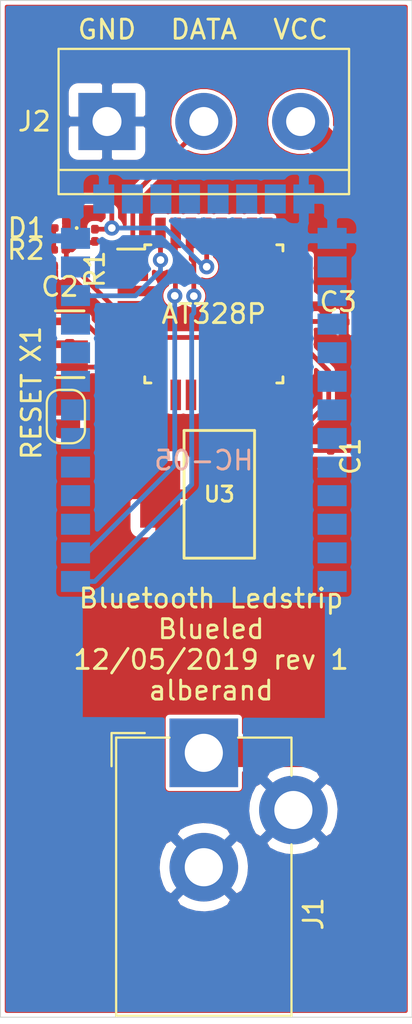
<source format=kicad_pcb>
(kicad_pcb (version 20171130) (host pcbnew 5.1.1)

  (general
    (thickness 1.6)
    (drawings 5)
    (tracks 78)
    (zones 0)
    (modules 13)
    (nets 57)
  )

  (page A4)
  (layers
    (0 F.Cu signal)
    (31 B.Cu signal)
    (32 B.Adhes user)
    (33 F.Adhes user)
    (34 B.Paste user)
    (35 F.Paste user)
    (36 B.SilkS user)
    (37 F.SilkS user)
    (38 B.Mask user)
    (39 F.Mask user)
    (40 Dwgs.User user)
    (41 Cmts.User user)
    (42 Eco1.User user)
    (43 Eco2.User user)
    (44 Edge.Cuts user)
    (45 Margin user)
    (46 B.CrtYd user)
    (47 F.CrtYd user)
    (48 B.Fab user)
    (49 F.Fab user)
  )

  (setup
    (last_trace_width 0.25)
    (user_trace_width 1.5)
    (trace_clearance 0.15)
    (zone_clearance 0.2)
    (zone_45_only no)
    (trace_min 0.2)
    (via_size 0.8)
    (via_drill 0.4)
    (via_min_size 0.4)
    (via_min_drill 0.3)
    (uvia_size 0.3)
    (uvia_drill 0.1)
    (uvias_allowed no)
    (uvia_min_size 0.2)
    (uvia_min_drill 0.1)
    (edge_width 0.05)
    (segment_width 0.2)
    (pcb_text_width 0.3)
    (pcb_text_size 1.5 1.5)
    (mod_edge_width 0.12)
    (mod_text_size 1 1)
    (mod_text_width 0.15)
    (pad_size 3.6 3.6)
    (pad_drill 2)
    (pad_to_mask_clearance 0.051)
    (solder_mask_min_width 0.25)
    (aux_axis_origin 0 0)
    (visible_elements FFFFFF7F)
    (pcbplotparams
      (layerselection 0x010fc_ffffffff)
      (usegerberextensions false)
      (usegerberattributes false)
      (usegerberadvancedattributes false)
      (creategerberjobfile false)
      (excludeedgelayer true)
      (linewidth 0.100000)
      (plotframeref false)
      (viasonmask false)
      (mode 1)
      (useauxorigin false)
      (hpglpennumber 1)
      (hpglpenspeed 20)
      (hpglpendiameter 15.000000)
      (psnegative false)
      (psa4output false)
      (plotreference true)
      (plotvalue true)
      (plotinvisibletext false)
      (padsonsilk false)
      (subtractmaskfromsilk false)
      (outputformat 1)
      (mirror false)
      (drillshape 1)
      (scaleselection 1)
      (outputdirectory ""))
  )

  (net 0 "")
  (net 1 +3V3)
  (net 2 "Net-(C3-Pad1)")
  (net 3 "Net-(D1-Pad2)")
  (net 4 DATA)
  (net 5 "Net-(U1-Pad2)")
  (net 6 "Net-(U1-Pad7)")
  (net 7 "Net-(U1-Pad8)")
  (net 8 "Net-(U1-Pad9)")
  (net 9 "Net-(U1-Pad10)")
  (net 10 "Net-(U1-Pad11)")
  (net 11 "Net-(U1-Pad12)")
  (net 12 "Net-(U1-Pad13)")
  (net 13 "Net-(U1-Pad14)")
  (net 14 "Net-(U1-Pad15)")
  (net 15 "Net-(U1-Pad16)")
  (net 16 "Net-(U1-Pad17)")
  (net 17 "Net-(U1-Pad19)")
  (net 18 "Net-(U1-Pad22)")
  (net 19 "Net-(U1-Pad23)")
  (net 20 "Net-(U1-Pad24)")
  (net 21 "Net-(U1-Pad25)")
  (net 22 "Net-(U1-Pad26)")
  (net 23 "Net-(U1-Pad27)")
  (net 24 "Net-(U1-Pad28)")
  (net 25 RX)
  (net 26 TX)
  (net 27 HC-RESET)
  (net 28 "Net-(U2-Pad20)")
  (net 29 "Net-(U2-Pad19)")
  (net 30 "Net-(U2-Pad18)")
  (net 31 "Net-(U2-Pad17)")
  (net 32 "Net-(U2-Pad16)")
  (net 33 "Net-(U2-Pad15)")
  (net 34 "Net-(U2-Pad30)")
  (net 35 "Net-(U2-Pad25)")
  (net 36 "Net-(U2-Pad26)")
  (net 37 "Net-(U2-Pad31)")
  (net 38 "Net-(U2-Pad28)")
  (net 39 "Net-(U2-Pad27)")
  (net 40 "Net-(U2-Pad33)")
  (net 41 "Net-(U2-Pad32)")
  (net 42 "Net-(U2-Pad34)")
  (net 43 "Net-(U2-Pad29)")
  (net 44 "Net-(U2-Pad24)")
  (net 45 "Net-(U2-Pad23)")
  (net 46 "Net-(U2-Pad9)")
  (net 47 "Net-(U2-Pad10)")
  (net 48 "Net-(U2-Pad7)")
  (net 49 "Net-(U2-Pad8)")
  (net 50 "Net-(U2-Pad5)")
  (net 51 "Net-(U2-Pad6)")
  (net 52 "Net-(U2-Pad3)")
  (net 53 "Net-(U2-Pad4)")
  (net 54 GND)
  (net 55 VIN)
  (net 56 /RESET)

  (net_class Default "This is the default net class."
    (clearance 0.15)
    (trace_width 0.25)
    (via_dia 0.8)
    (via_drill 0.4)
    (uvia_dia 0.3)
    (uvia_drill 0.1)
    (add_net +3V3)
    (add_net /RESET)
    (add_net DATA)
    (add_net GND)
    (add_net HC-RESET)
    (add_net "Net-(C3-Pad1)")
    (add_net "Net-(D1-Pad2)")
    (add_net "Net-(U1-Pad10)")
    (add_net "Net-(U1-Pad11)")
    (add_net "Net-(U1-Pad12)")
    (add_net "Net-(U1-Pad13)")
    (add_net "Net-(U1-Pad14)")
    (add_net "Net-(U1-Pad15)")
    (add_net "Net-(U1-Pad16)")
    (add_net "Net-(U1-Pad17)")
    (add_net "Net-(U1-Pad19)")
    (add_net "Net-(U1-Pad2)")
    (add_net "Net-(U1-Pad22)")
    (add_net "Net-(U1-Pad23)")
    (add_net "Net-(U1-Pad24)")
    (add_net "Net-(U1-Pad25)")
    (add_net "Net-(U1-Pad26)")
    (add_net "Net-(U1-Pad27)")
    (add_net "Net-(U1-Pad28)")
    (add_net "Net-(U1-Pad7)")
    (add_net "Net-(U1-Pad8)")
    (add_net "Net-(U1-Pad9)")
    (add_net "Net-(U2-Pad10)")
    (add_net "Net-(U2-Pad15)")
    (add_net "Net-(U2-Pad16)")
    (add_net "Net-(U2-Pad17)")
    (add_net "Net-(U2-Pad18)")
    (add_net "Net-(U2-Pad19)")
    (add_net "Net-(U2-Pad20)")
    (add_net "Net-(U2-Pad23)")
    (add_net "Net-(U2-Pad24)")
    (add_net "Net-(U2-Pad25)")
    (add_net "Net-(U2-Pad26)")
    (add_net "Net-(U2-Pad27)")
    (add_net "Net-(U2-Pad28)")
    (add_net "Net-(U2-Pad29)")
    (add_net "Net-(U2-Pad3)")
    (add_net "Net-(U2-Pad30)")
    (add_net "Net-(U2-Pad31)")
    (add_net "Net-(U2-Pad32)")
    (add_net "Net-(U2-Pad33)")
    (add_net "Net-(U2-Pad34)")
    (add_net "Net-(U2-Pad4)")
    (add_net "Net-(U2-Pad5)")
    (add_net "Net-(U2-Pad6)")
    (add_net "Net-(U2-Pad7)")
    (add_net "Net-(U2-Pad8)")
    (add_net "Net-(U2-Pad9)")
    (add_net RX)
    (add_net TX)
    (add_net VIN)
  )

  (module TerminalBlock:TerminalBlock_bornier-3_P5.08mm (layer F.Cu) (tedit 5CD80266) (tstamp 5CD87AB8)
    (at 147.828 104.14)
    (descr "simple 3-pin terminal block, pitch 5.08mm, revamped version of bornier3")
    (tags "terminal block bornier3")
    (path /5CC5BA14)
    (fp_text reference J2 (at -3.81 0) (layer F.SilkS)
      (effects (font (size 1 1) (thickness 0.15)))
    )
    (fp_text value Screw_Terminal_01x03 (at 5.08 5.08) (layer F.Fab)
      (effects (font (size 1 1) (thickness 0.15)))
    )
    (fp_text user %R (at 5.08 0) (layer F.Fab)
      (effects (font (size 1 1) (thickness 0.15)))
    )
    (fp_line (start -2.47 2.55) (end 12.63 2.55) (layer F.Fab) (width 0.1))
    (fp_line (start -2.47 -3.75) (end 12.63 -3.75) (layer F.Fab) (width 0.1))
    (fp_line (start 12.63 -3.75) (end 12.63 3.75) (layer F.Fab) (width 0.1))
    (fp_line (start 12.63 3.75) (end -2.47 3.75) (layer F.Fab) (width 0.1))
    (fp_line (start -2.47 3.75) (end -2.47 -3.75) (layer F.Fab) (width 0.1))
    (fp_line (start -2.54 3.81) (end -2.54 -3.81) (layer F.SilkS) (width 0.12))
    (fp_line (start 12.7 3.81) (end 12.7 -3.81) (layer F.SilkS) (width 0.12))
    (fp_line (start -2.54 2.54) (end 12.7 2.54) (layer F.SilkS) (width 0.12))
    (fp_line (start -2.54 -3.81) (end 12.7 -3.81) (layer F.SilkS) (width 0.12))
    (fp_line (start -2.54 3.81) (end 12.7 3.81) (layer F.SilkS) (width 0.12))
    (fp_line (start -2.72 -4) (end 12.88 -4) (layer F.CrtYd) (width 0.05))
    (fp_line (start -2.72 -4) (end -2.72 4) (layer F.CrtYd) (width 0.05))
    (fp_line (start 12.88 4) (end 12.88 -4) (layer F.CrtYd) (width 0.05))
    (fp_line (start 12.88 4) (end -2.72 4) (layer F.CrtYd) (width 0.05))
    (fp_text user GND (at 0 -4.826) (layer F.SilkS)
      (effects (font (size 1 1) (thickness 0.15)))
    )
    (fp_text user DATA (at 5.08 -4.826) (layer F.SilkS)
      (effects (font (size 1 1) (thickness 0.15)))
    )
    (fp_text user VCC (at 10.16 -4.826) (layer F.SilkS)
      (effects (font (size 1 1) (thickness 0.15)))
    )
    (pad 1 thru_hole rect (at 0 0) (size 3 3) (drill 1.52) (layers *.Cu *.Mask)
      (net 54 GND))
    (pad 2 thru_hole circle (at 5.08 0) (size 3 3) (drill 1.52) (layers *.Cu *.Mask)
      (net 4 DATA))
    (pad 3 thru_hole circle (at 10.16 0) (size 3 3) (drill 1.52) (layers *.Cu *.Mask)
      (net 55 VIN))
    (model ${KISYS3DMOD}/TerminalBlock.3dshapes/TerminalBlock_bornier-3_P5.08mm.wrl
      (offset (xyz 5.079999923706055 0 0))
      (scale (xyz 1 1 1))
      (rotate (xyz 0 0 0))
    )
  )

  (module Package_QFP:TQFP-32_7x7mm_P0.8mm (layer F.Cu) (tedit 5CD7FC2C) (tstamp 5CD87B11)
    (at 153.4348 114.232)
    (descr "32-Lead Plastic Thin Quad Flatpack (PT) - 7x7x1.0 mm Body, 2.00 mm [TQFP] (see Microchip Packaging Specification 00000049BS.pdf)")
    (tags "QFP 0.8")
    (path /5CAE668A)
    (attr smd)
    (fp_text reference AT328P (at 0 0) (layer F.SilkS)
      (effects (font (size 1 1) (thickness 0.15)))
    )
    (fp_text value ATmega328P-AU (at 0 6.05) (layer F.Fab)
      (effects (font (size 1 1) (thickness 0.15)))
    )
    (fp_line (start -3.625 -3.4) (end -5.05 -3.4) (layer F.SilkS) (width 0.15))
    (fp_line (start 3.625 -3.625) (end 3.3 -3.625) (layer F.SilkS) (width 0.15))
    (fp_line (start 3.625 3.625) (end 3.3 3.625) (layer F.SilkS) (width 0.15))
    (fp_line (start -3.625 3.625) (end -3.3 3.625) (layer F.SilkS) (width 0.15))
    (fp_line (start -3.625 -3.625) (end -3.3 -3.625) (layer F.SilkS) (width 0.15))
    (fp_line (start -3.625 3.625) (end -3.625 3.3) (layer F.SilkS) (width 0.15))
    (fp_line (start 3.625 3.625) (end 3.625 3.3) (layer F.SilkS) (width 0.15))
    (fp_line (start 3.625 -3.625) (end 3.625 -3.3) (layer F.SilkS) (width 0.15))
    (fp_line (start -3.625 -3.625) (end -3.625 -3.4) (layer F.SilkS) (width 0.15))
    (fp_line (start -5.3 5.3) (end 5.3 5.3) (layer F.CrtYd) (width 0.05))
    (fp_line (start -5.3 -5.3) (end 5.3 -5.3) (layer F.CrtYd) (width 0.05))
    (fp_line (start 5.3 -5.3) (end 5.3 5.3) (layer F.CrtYd) (width 0.05))
    (fp_line (start -5.3 -5.3) (end -5.3 5.3) (layer F.CrtYd) (width 0.05))
    (fp_line (start -3.5 -2.5) (end -2.5 -3.5) (layer F.Fab) (width 0.15))
    (fp_line (start -3.5 3.5) (end -3.5 -2.5) (layer F.Fab) (width 0.15))
    (fp_line (start 3.5 3.5) (end -3.5 3.5) (layer F.Fab) (width 0.15))
    (fp_line (start 3.5 -3.5) (end 3.5 3.5) (layer F.Fab) (width 0.15))
    (fp_line (start -2.5 -3.5) (end 3.5 -3.5) (layer F.Fab) (width 0.15))
    (fp_text user %R (at 0 0) (layer F.Fab)
      (effects (font (size 1 1) (thickness 0.15)))
    )
    (pad 32 smd rect (at -2.8 -4.25 90) (size 1.6 0.55) (layers F.Cu F.Paste F.Mask)
      (net 27 HC-RESET))
    (pad 31 smd rect (at -2 -4.25 90) (size 1.6 0.55) (layers F.Cu F.Paste F.Mask)
      (net 26 TX))
    (pad 30 smd rect (at -1.2 -4.25 90) (size 1.6 0.55) (layers F.Cu F.Paste F.Mask)
      (net 25 RX))
    (pad 29 smd rect (at -0.4 -4.25 90) (size 1.6 0.55) (layers F.Cu F.Paste F.Mask)
      (net 56 /RESET))
    (pad 28 smd rect (at 0.4 -4.25 90) (size 1.6 0.55) (layers F.Cu F.Paste F.Mask)
      (net 24 "Net-(U1-Pad28)"))
    (pad 27 smd rect (at 1.2 -4.25 90) (size 1.6 0.55) (layers F.Cu F.Paste F.Mask)
      (net 23 "Net-(U1-Pad27)"))
    (pad 26 smd rect (at 2 -4.25 90) (size 1.6 0.55) (layers F.Cu F.Paste F.Mask)
      (net 22 "Net-(U1-Pad26)"))
    (pad 25 smd rect (at 2.8 -4.25 90) (size 1.6 0.55) (layers F.Cu F.Paste F.Mask)
      (net 21 "Net-(U1-Pad25)"))
    (pad 24 smd rect (at 4.25 -2.8) (size 1.6 0.55) (layers F.Cu F.Paste F.Mask)
      (net 20 "Net-(U1-Pad24)"))
    (pad 23 smd rect (at 4.25 -2) (size 1.6 0.55) (layers F.Cu F.Paste F.Mask)
      (net 19 "Net-(U1-Pad23)"))
    (pad 22 smd rect (at 4.25 -1.2) (size 1.6 0.55) (layers F.Cu F.Paste F.Mask)
      (net 18 "Net-(U1-Pad22)"))
    (pad 21 smd rect (at 4.25 -0.4) (size 1.6 0.55) (layers F.Cu F.Paste F.Mask)
      (net 54 GND))
    (pad 20 smd rect (at 4.25 0.4) (size 1.6 0.55) (layers F.Cu F.Paste F.Mask)
      (net 2 "Net-(C3-Pad1)"))
    (pad 19 smd rect (at 4.25 1.2) (size 1.6 0.55) (layers F.Cu F.Paste F.Mask)
      (net 17 "Net-(U1-Pad19)"))
    (pad 18 smd rect (at 4.25 2) (size 1.6 0.55) (layers F.Cu F.Paste F.Mask)
      (net 1 +3V3))
    (pad 17 smd rect (at 4.25 2.8) (size 1.6 0.55) (layers F.Cu F.Paste F.Mask)
      (net 16 "Net-(U1-Pad17)"))
    (pad 16 smd rect (at 2.8 4.25 90) (size 1.6 0.55) (layers F.Cu F.Paste F.Mask)
      (net 15 "Net-(U1-Pad16)"))
    (pad 15 smd rect (at 2 4.25 90) (size 1.6 0.55) (layers F.Cu F.Paste F.Mask)
      (net 14 "Net-(U1-Pad15)"))
    (pad 14 smd rect (at 1.2 4.25 90) (size 1.6 0.55) (layers F.Cu F.Paste F.Mask)
      (net 13 "Net-(U1-Pad14)"))
    (pad 13 smd rect (at 0.4 4.25 90) (size 1.6 0.55) (layers F.Cu F.Paste F.Mask)
      (net 12 "Net-(U1-Pad13)"))
    (pad 12 smd rect (at -0.4 4.25 90) (size 1.6 0.55) (layers F.Cu F.Paste F.Mask)
      (net 11 "Net-(U1-Pad12)"))
    (pad 11 smd rect (at -1.2 4.25 90) (size 1.6 0.55) (layers F.Cu F.Paste F.Mask)
      (net 10 "Net-(U1-Pad11)"))
    (pad 10 smd rect (at -2 4.25 90) (size 1.6 0.55) (layers F.Cu F.Paste F.Mask)
      (net 9 "Net-(U1-Pad10)"))
    (pad 9 smd rect (at -2.8 4.25 90) (size 1.6 0.55) (layers F.Cu F.Paste F.Mask)
      (net 8 "Net-(U1-Pad9)"))
    (pad 8 smd rect (at -4.25 2.8) (size 1.6 0.55) (layers F.Cu F.Paste F.Mask)
      (net 7 "Net-(U1-Pad8)"))
    (pad 7 smd rect (at -4.25 2) (size 1.6 0.55) (layers F.Cu F.Paste F.Mask)
      (net 6 "Net-(U1-Pad7)"))
    (pad 6 smd rect (at -4.25 1.2) (size 1.6 0.55) (layers F.Cu F.Paste F.Mask)
      (net 1 +3V3))
    (pad 5 smd rect (at -4.25 0.4) (size 1.6 0.55) (layers F.Cu F.Paste F.Mask)
      (net 54 GND))
    (pad 4 smd rect (at -4.25 -0.4) (size 1.6 0.55) (layers F.Cu F.Paste F.Mask)
      (net 1 +3V3))
    (pad 3 smd rect (at -4.25 -1.2) (size 1.6 0.55) (layers F.Cu F.Paste F.Mask)
      (net 54 GND))
    (pad 2 smd rect (at -4.25 -2) (size 1.6 0.55) (layers F.Cu F.Paste F.Mask)
      (net 5 "Net-(U1-Pad2)"))
    (pad 1 smd rect (at -4.25 -2.8) (size 1.6 0.55) (layers F.Cu F.Paste F.Mask)
      (net 4 DATA))
    (model ${KISYS3DMOD}/Package_QFP.3dshapes/TQFP-32_7x7mm_P0.8mm.wrl
      (at (xyz 0 0 0))
      (scale (xyz 1 1 1))
      (rotate (xyz 0 0 0))
    )
  )

  (module manuf:MURATA_CSTCE (layer F.Cu) (tedit 5CD7FBE7) (tstamp 5CD87B5E)
    (at 145.8722 115.824 90)
    (path /5CBDC71D)
    (fp_text reference X1 (at 0 -2.032 90) (layer F.SilkS)
      (effects (font (size 1 1) (thickness 0.15)))
    )
    (fp_text value RESON-MURATA-CSTCE (at 0 0 90) (layer F.Fab)
      (effects (font (size 0.5 0.5) (thickness 0.1)))
    )
    (fp_line (start -1.75 -0.75) (end -1.75 0.75) (layer F.SilkS) (width 0.15))
    (fp_line (start 1.75 -0.75) (end 1.75 0.75) (layer F.SilkS) (width 0.15))
    (fp_line (start -1.75 -1.25) (end -1.75 1.25) (layer F.CrtYd) (width 0.05))
    (fp_line (start -1.75 1.25) (end 1.75 1.25) (layer F.CrtYd) (width 0.05))
    (fp_line (start 1.75 1.25) (end 1.75 -1.25) (layer F.CrtYd) (width 0.05))
    (fp_line (start 1.75 -1.25) (end -1.75 -1.25) (layer F.CrtYd) (width 0.05))
    (pad 2 smd rect (at 0 0 90) (size 0.4 1.9) (layers F.Cu F.Paste F.Mask)
      (net 54 GND))
    (pad 3 smd rect (at 1.2 0 90) (size 0.4 1.9) (layers F.Cu F.Paste F.Mask)
      (net 6 "Net-(U1-Pad7)"))
    (pad 1 smd rect (at -1.2 0 90) (size 0.4 1.9) (layers F.Cu F.Paste F.Mask)
      (net 7 "Net-(U1-Pad8)"))
    (model crystals.3dshapes/MURATA_CSTCE.step
      (at (xyz 0 0 0))
      (scale (xyz 1 1 1))
      (rotate (xyz 0 0 0))
    )
  )

  (module Resistor_SMD:R_0201_0603Metric (layer F.Cu) (tedit 5CD7FBD5) (tstamp 5CD8FAD4)
    (at 145.349 110.871 180)
    (descr "Resistor SMD 0201 (0603 Metric), square (rectangular) end terminal, IPC_7351 nominal, (Body size source: https://www.vishay.com/docs/20052/crcw0201e3.pdf), generated with kicad-footprint-generator")
    (tags resistor)
    (path /5CBF3B20)
    (attr smd)
    (fp_text reference R2 (at 1.778 0) (layer F.SilkS)
      (effects (font (size 1 1) (thickness 0.15)))
    )
    (fp_text value 1k (at 0 1.05) (layer F.Fab)
      (effects (font (size 1 1) (thickness 0.15)))
    )
    (fp_text user %R (at 0 -0.68) (layer F.Fab)
      (effects (font (size 0.25 0.25) (thickness 0.04)))
    )
    (fp_line (start 0.7 0.35) (end -0.7 0.35) (layer F.CrtYd) (width 0.05))
    (fp_line (start 0.7 -0.35) (end 0.7 0.35) (layer F.CrtYd) (width 0.05))
    (fp_line (start -0.7 -0.35) (end 0.7 -0.35) (layer F.CrtYd) (width 0.05))
    (fp_line (start -0.7 0.35) (end -0.7 -0.35) (layer F.CrtYd) (width 0.05))
    (fp_line (start 0.3 0.15) (end -0.3 0.15) (layer F.Fab) (width 0.1))
    (fp_line (start 0.3 -0.15) (end 0.3 0.15) (layer F.Fab) (width 0.1))
    (fp_line (start -0.3 -0.15) (end 0.3 -0.15) (layer F.Fab) (width 0.1))
    (fp_line (start -0.3 0.15) (end -0.3 -0.15) (layer F.Fab) (width 0.1))
    (pad 2 smd roundrect (at 0.32 0 180) (size 0.46 0.4) (layers F.Cu F.Mask) (roundrect_rratio 0.25)
      (net 3 "Net-(D1-Pad2)"))
    (pad 1 smd roundrect (at -0.32 0 180) (size 0.46 0.4) (layers F.Cu F.Mask) (roundrect_rratio 0.25)
      (net 1 +3V3))
    (pad "" smd roundrect (at 0.345 0 180) (size 0.318 0.36) (layers F.Paste) (roundrect_rratio 0.25))
    (pad "" smd roundrect (at -0.345 0 180) (size 0.318 0.36) (layers F.Paste) (roundrect_rratio 0.25))
    (model ${KISYS3DMOD}/Resistor_SMD.3dshapes/R_0201_0603Metric.wrl
      (at (xyz 0 0 0))
      (scale (xyz 1 1 1))
      (rotate (xyz 0 0 0))
    )
  )

  (module hc-05:HC-05 (layer B.Cu) (tedit 5CD7FB88) (tstamp 5CD87B3D)
    (at 152.908 121.92)
    (descr "Cheap bluetooth module popular in the Arudino community")
    (tags "hc-05, bluetooth")
    (path /5CB7CCE4)
    (attr smd)
    (fp_text reference HC-05 (at 0 0) (layer B.SilkS)
      (effects (font (size 1 1) (thickness 0.15)) (justify mirror))
    )
    (fp_text value HC-05 (at 0 15.24) (layer B.Fab)
      (effects (font (size 1 1) (thickness 0.15)) (justify mirror))
    )
    (fp_text user "NO COPPER" (at 0 10.16) (layer Eco1.User)
      (effects (font (size 1 1) (thickness 0.15)))
    )
    (fp_line (start 6.35 7.5) (end -6.35 7.5) (layer Eco1.User) (width 0.15))
    (fp_line (start -6.35 -13.5) (end 6.35 -13.5) (layer Eco1.User) (width 0.15))
    (fp_line (start -6.35 -13.5) (end -6.35 13.5) (layer Eco1.User) (width 0.15))
    (fp_line (start 6.35 13.5) (end 6.35 -13.5) (layer Eco1.User) (width 0.15))
    (fp_line (start -6.35 13.5) (end 6.35 13.5) (layer Eco1.User) (width 0.15))
    (pad 21 smd rect (at 5.25 -13.716 270) (size 1.524 1.1) (layers B.Cu B.Paste B.Mask)
      (net 54 GND))
    (pad 20 smd rect (at 3.75 -13.716 270) (size 1.524 1.1) (layers B.Cu B.Paste B.Mask)
      (net 28 "Net-(U2-Pad20)"))
    (pad 19 smd rect (at 2.25 -13.716 270) (size 1.524 1.1) (layers B.Cu B.Paste B.Mask)
      (net 29 "Net-(U2-Pad19)"))
    (pad 18 smd rect (at 0.75 -13.716 270) (size 1.524 1.1) (layers B.Cu B.Paste B.Mask)
      (net 30 "Net-(U2-Pad18)"))
    (pad 17 smd rect (at -0.75 -13.716 270) (size 1.524 1.1) (layers B.Cu B.Paste B.Mask)
      (net 31 "Net-(U2-Pad17)"))
    (pad 16 smd rect (at -2.25 -13.716 270) (size 1.524 1.1) (layers B.Cu B.Paste B.Mask)
      (net 32 "Net-(U2-Pad16)"))
    (pad 15 smd rect (at -3.75 -13.716 270) (size 1.524 1.1) (layers B.Cu B.Paste B.Mask)
      (net 33 "Net-(U2-Pad15)"))
    (pad 14 smd rect (at -5.25 -13.716 270) (size 1.524 1.1) (layers B.Cu B.Paste B.Mask)
      (net 54 GND))
    (pad 30 smd rect (at 6.731 0.35) (size 1.524 1.1) (layers B.Cu B.Paste B.Mask)
      (net 34 "Net-(U2-Pad30)"))
    (pad 25 smd rect (at 6.731 -7.15) (size 1.524 1.1) (layers B.Cu B.Paste B.Mask)
      (net 35 "Net-(U2-Pad25)"))
    (pad 26 smd rect (at 6.731 -5.65) (size 1.524 1.1) (layers B.Cu B.Paste B.Mask)
      (net 36 "Net-(U2-Pad26)"))
    (pad 31 smd rect (at 6.731 1.85) (size 1.524 1.1) (layers B.Cu B.Paste B.Mask)
      (net 37 "Net-(U2-Pad31)"))
    (pad 28 smd rect (at 6.731 -2.65) (size 1.524 1.1) (layers B.Cu B.Paste B.Mask)
      (net 38 "Net-(U2-Pad28)"))
    (pad 27 smd rect (at 6.731 -4.15) (size 1.524 1.1) (layers B.Cu B.Paste B.Mask)
      (net 39 "Net-(U2-Pad27)"))
    (pad 33 smd rect (at 6.731 4.85) (size 1.524 1.1) (layers B.Cu B.Paste B.Mask)
      (net 40 "Net-(U2-Pad33)"))
    (pad 32 smd rect (at 6.731 3.35) (size 1.524 1.1) (layers B.Cu B.Paste B.Mask)
      (net 41 "Net-(U2-Pad32)"))
    (pad 34 smd rect (at 6.731 6.35) (size 1.524 1.1) (layers B.Cu B.Paste B.Mask)
      (net 42 "Net-(U2-Pad34)"))
    (pad 29 smd rect (at 6.731 -1.15) (size 1.524 1.1) (layers B.Cu B.Paste B.Mask)
      (net 43 "Net-(U2-Pad29)"))
    (pad 22 smd rect (at 6.731 -11.65) (size 1.524 1.1) (layers B.Cu B.Paste B.Mask)
      (net 54 GND))
    (pad 24 smd rect (at 6.731 -8.65) (size 1.524 1.1) (layers B.Cu B.Paste B.Mask)
      (net 44 "Net-(U2-Pad24)"))
    (pad 23 smd rect (at 6.731 -10.15) (size 1.524 1.1) (layers B.Cu B.Paste B.Mask)
      (net 45 "Net-(U2-Pad23)"))
    (pad 13 smd rect (at -6.731 -11.65) (size 1.524 1.1) (layers B.Cu B.Paste B.Mask)
      (net 54 GND))
    (pad 11 smd rect (at -6.731 -8.65) (size 1.524 1.1) (layers B.Cu B.Paste B.Mask)
      (net 27 HC-RESET))
    (pad 12 smd rect (at -6.731 -10.15) (size 1.524 1.1) (layers B.Cu B.Paste B.Mask)
      (net 1 +3V3))
    (pad 9 smd rect (at -6.731 -5.65) (size 1.524 1.1) (layers B.Cu B.Paste B.Mask)
      (net 46 "Net-(U2-Pad9)"))
    (pad 10 smd rect (at -6.731 -7.15) (size 1.524 1.1) (layers B.Cu B.Paste B.Mask)
      (net 47 "Net-(U2-Pad10)"))
    (pad 7 smd rect (at -6.731 -2.65) (size 1.524 1.1) (layers B.Cu B.Paste B.Mask)
      (net 48 "Net-(U2-Pad7)"))
    (pad 8 smd rect (at -6.731 -4.15) (size 1.524 1.1) (layers B.Cu B.Paste B.Mask)
      (net 49 "Net-(U2-Pad8)"))
    (pad 5 smd rect (at -6.731 0.35) (size 1.524 1.1) (layers B.Cu B.Paste B.Mask)
      (net 50 "Net-(U2-Pad5)"))
    (pad 6 smd rect (at -6.731 -1.15) (size 1.524 1.1) (layers B.Cu B.Paste B.Mask)
      (net 51 "Net-(U2-Pad6)"))
    (pad 3 smd rect (at -6.731 3.35) (size 1.524 1.1) (layers B.Cu B.Paste B.Mask)
      (net 52 "Net-(U2-Pad3)"))
    (pad 4 smd rect (at -6.731 1.85) (size 1.524 1.1) (layers B.Cu B.Paste B.Mask)
      (net 53 "Net-(U2-Pad4)"))
    (pad 2 smd rect (at -6.731 4.85) (size 1.524 1.1) (layers B.Cu B.Paste B.Mask)
      (net 26 TX))
    (pad 1 smd rect (at -6.731 6.35) (size 1.524 1.1) (layers B.Cu B.Paste B.Mask)
      (net 25 RX))
  )

  (module LED_SMD:LED_0201_0603Metric (layer F.Cu) (tedit 5CD7FAF7) (tstamp 5CD87A80)
    (at 145.379 109.728 180)
    (descr "LED SMD 0201 (0603 Metric), square (rectangular) end terminal, IPC_7351 nominal, (Body size source: https://www.vishay.com/docs/20052/crcw0201e3.pdf), generated with kicad-footprint-generator")
    (tags LED)
    (path /5CBF4695)
    (attr smd)
    (fp_text reference D1 (at 1.778 0 180) (layer F.SilkS)
      (effects (font (size 1 1) (thickness 0.15)))
    )
    (fp_text value LED (at 0 1.05 180) (layer F.Fab)
      (effects (font (size 1 1) (thickness 0.15)))
    )
    (fp_circle (center -0.86 0) (end -0.81 0) (layer F.SilkS) (width 0.1))
    (fp_line (start -0.3 0.15) (end -0.3 -0.15) (layer F.Fab) (width 0.1))
    (fp_line (start -0.3 -0.15) (end 0.3 -0.15) (layer F.Fab) (width 0.1))
    (fp_line (start 0.3 -0.15) (end 0.3 0.15) (layer F.Fab) (width 0.1))
    (fp_line (start 0.3 0.15) (end -0.3 0.15) (layer F.Fab) (width 0.1))
    (fp_line (start -0.2 0.15) (end -0.2 -0.15) (layer F.Fab) (width 0.1))
    (fp_line (start -0.1 0.15) (end -0.1 -0.15) (layer F.Fab) (width 0.1))
    (fp_line (start -0.7 0.35) (end -0.7 -0.35) (layer F.CrtYd) (width 0.05))
    (fp_line (start -0.7 -0.35) (end 0.7 -0.35) (layer F.CrtYd) (width 0.05))
    (fp_line (start 0.7 -0.35) (end 0.7 0.35) (layer F.CrtYd) (width 0.05))
    (fp_line (start 0.7 0.35) (end -0.7 0.35) (layer F.CrtYd) (width 0.05))
    (fp_text user %R (at 0 -0.68 180) (layer F.Fab)
      (effects (font (size 0.25 0.25) (thickness 0.04)))
    )
    (pad "" smd roundrect (at -0.345 0 180) (size 0.318 0.36) (layers F.Paste) (roundrect_rratio 0.25))
    (pad "" smd roundrect (at 0.345 0 180) (size 0.318 0.36) (layers F.Paste) (roundrect_rratio 0.25))
    (pad 1 smd roundrect (at -0.32 0 180) (size 0.46 0.4) (layers F.Cu F.Mask) (roundrect_rratio 0.25)
      (net 54 GND))
    (pad 2 smd roundrect (at 0.32 0 180) (size 0.46 0.4) (layers F.Cu F.Mask) (roundrect_rratio 0.25)
      (net 3 "Net-(D1-Pad2)"))
    (model ${KISYS3DMOD}/LED_SMD.3dshapes/LED_0201_0603Metric.wrl
      (at (xyz 0 0 0))
      (scale (xyz 1 1 1))
      (rotate (xyz 0 0 0))
    )
  )

  (module Resistor_SMD:R_0201_0603Metric (layer F.Cu) (tedit 5CD7FA61) (tstamp 5CD87AC9)
    (at 147.193 110.109 90)
    (descr "Resistor SMD 0201 (0603 Metric), square (rectangular) end terminal, IPC_7351 nominal, (Body size source: https://www.vishay.com/docs/20052/crcw0201e3.pdf), generated with kicad-footprint-generator")
    (tags resistor)
    (path /5CBE0D3A)
    (attr smd)
    (fp_text reference R1 (at -1.778 0 90) (layer F.SilkS)
      (effects (font (size 1 1) (thickness 0.15)))
    )
    (fp_text value 1k (at 0 1.05 90) (layer F.Fab)
      (effects (font (size 1 1) (thickness 0.15)))
    )
    (fp_line (start -0.3 0.15) (end -0.3 -0.15) (layer F.Fab) (width 0.1))
    (fp_line (start -0.3 -0.15) (end 0.3 -0.15) (layer F.Fab) (width 0.1))
    (fp_line (start 0.3 -0.15) (end 0.3 0.15) (layer F.Fab) (width 0.1))
    (fp_line (start 0.3 0.15) (end -0.3 0.15) (layer F.Fab) (width 0.1))
    (fp_line (start -0.7 0.35) (end -0.7 -0.35) (layer F.CrtYd) (width 0.05))
    (fp_line (start -0.7 -0.35) (end 0.7 -0.35) (layer F.CrtYd) (width 0.05))
    (fp_line (start 0.7 -0.35) (end 0.7 0.35) (layer F.CrtYd) (width 0.05))
    (fp_line (start 0.7 0.35) (end -0.7 0.35) (layer F.CrtYd) (width 0.05))
    (fp_text user %R (at 0 -0.68 90) (layer F.Fab)
      (effects (font (size 0.25 0.25) (thickness 0.04)))
    )
    (pad "" smd roundrect (at -0.345 0 90) (size 0.318 0.36) (layers F.Paste) (roundrect_rratio 0.25))
    (pad "" smd roundrect (at 0.345 0 90) (size 0.318 0.36) (layers F.Paste) (roundrect_rratio 0.25))
    (pad 1 smd roundrect (at -0.32 0 90) (size 0.46 0.4) (layers F.Cu F.Mask) (roundrect_rratio 0.25)
      (net 1 +3V3))
    (pad 2 smd roundrect (at 0.32 0 90) (size 0.46 0.4) (layers F.Cu F.Mask) (roundrect_rratio 0.25)
      (net 56 /RESET))
    (model ${KISYS3DMOD}/Resistor_SMD.3dshapes/R_0201_0603Metric.wrl
      (at (xyz 0 0 0))
      (scale (xyz 1 1 1))
      (rotate (xyz 0 0 0))
    )
    (model :KICADGIT:Resistor_SMD.3dshapes/R_0201_0603Metric.step
      (at (xyz 0 0 0))
      (scale (xyz 1 1 1))
      (rotate (xyz 0 0 0))
    )
  )

  (module Connector_BarrelJack:BarrelJack_CUI_PJ-102AH_Horizontal (layer F.Cu) (tedit 5CD80382) (tstamp 5CD8C2A6)
    (at 152.908 137.2616)
    (descr "Thin-pin DC Barrel Jack, https://cdn-shop.adafruit.com/datasheets/21mmdcjackDatasheet.pdf")
    (tags "Power Jack")
    (path /5CDBC439)
    (fp_text reference J1 (at 5.75 8.45 90) (layer F.SilkS)
      (effects (font (size 1 1) (thickness 0.15)))
    )
    (fp_text value Barrel_Jack (at -5.5 6.2 90) (layer F.Fab)
      (effects (font (size 1 1) (thickness 0.15)))
    )
    (fp_line (start -4.5 10.2) (end 4.5 10.2) (layer F.Fab) (width 0.1))
    (fp_line (start -3.5 -0.7) (end 4.5 -0.7) (layer F.Fab) (width 0.1))
    (fp_line (start -4.5 0.3) (end -3.5 -0.7) (layer F.Fab) (width 0.1))
    (fp_line (start -4.5 13.7) (end -4.5 0.3) (layer F.Fab) (width 0.1))
    (fp_line (start 4.5 13.7) (end -4.5 13.7) (layer F.Fab) (width 0.1))
    (fp_line (start 4.5 -0.7) (end 4.5 13.7) (layer F.Fab) (width 0.1))
    (fp_line (start -4.84 -1.04) (end -3.1 -1.04) (layer F.SilkS) (width 0.12))
    (fp_line (start -4.84 0.7) (end -4.84 -1.04) (layer F.SilkS) (width 0.12))
    (fp_line (start 4.6 -0.8) (end 4.6 1.2) (layer F.SilkS) (width 0.12))
    (fp_line (start 1.8 -0.8) (end 4.6 -0.8) (layer F.SilkS) (width 0.12))
    (fp_line (start -4.6 -0.8) (end -1.8 -0.8) (layer F.SilkS) (width 0.12))
    (fp_line (start -4.6 13.8) (end -4.6 -0.8) (layer F.SilkS) (width 0.12))
    (fp_line (start 4.6 13.8) (end -4.6 13.8) (layer F.SilkS) (width 0.12))
    (fp_line (start 4.6 4.8) (end 4.6 13.8) (layer F.SilkS) (width 0.12))
    (fp_line (start -1.8 -1.8) (end 1.8 -1.8) (layer F.CrtYd) (width 0.05))
    (fp_line (start -1.8 -1.2) (end -1.8 -1.8) (layer F.CrtYd) (width 0.05))
    (fp_line (start -5 -1.2) (end -1.8 -1.2) (layer F.CrtYd) (width 0.05))
    (fp_line (start -5 14.2) (end -5 -1.2) (layer F.CrtYd) (width 0.05))
    (fp_line (start 5 14.2) (end -5 14.2) (layer F.CrtYd) (width 0.05))
    (fp_line (start 5 4.8) (end 5 14.2) (layer F.CrtYd) (width 0.05))
    (fp_line (start 6.5 4.8) (end 5 4.8) (layer F.CrtYd) (width 0.05))
    (fp_line (start 6.5 1.2) (end 6.5 4.8) (layer F.CrtYd) (width 0.05))
    (fp_line (start 5 1.2) (end 6.5 1.2) (layer F.CrtYd) (width 0.05))
    (fp_line (start 5 -1.2) (end 5 1.2) (layer F.CrtYd) (width 0.05))
    (fp_line (start 1.8 -1.2) (end 5 -1.2) (layer F.CrtYd) (width 0.05))
    (fp_line (start 1.8 -1.8) (end 1.8 -1.2) (layer F.CrtYd) (width 0.05))
    (fp_text user %R (at 0 6.5) (layer F.Fab)
      (effects (font (size 1 1) (thickness 0.15)))
    )
    (pad 3 thru_hole circle (at 4.7 3) (size 3.6 3.6) (drill 2) (layers *.Cu *.Mask)
      (net 54 GND))
    (pad 2 thru_hole circle (at 0 6) (size 3.6 3.6) (drill 2) (layers *.Cu *.Mask)
      (net 54 GND))
    (pad 1 thru_hole rect (at 0 0) (size 3.6 3.6) (drill 2) (layers *.Cu *.Mask)
      (net 55 VIN))
    (model ${KISYS3DMOD}/Connector_BarrelJack.3dshapes/BarrelJack_CUI_PJ-102AH_Horizontal.wrl
      (at (xyz 0 0 0))
      (scale (xyz 1 1 1))
      (rotate (xyz 0 0 0))
    )
  )

  (module Capacitor_SMD:C_0201_0603Metric (layer F.Cu) (tedit 5B301BBE) (tstamp 5CD87A4A)
    (at 159.5628 121.7062 270)
    (descr "Capacitor SMD 0201 (0603 Metric), square (rectangular) end terminal, IPC_7351 nominal, (Body size source: https://www.vishay.com/docs/20052/crcw0201e3.pdf), generated with kicad-footprint-generator")
    (tags capacitor)
    (path /5CAF8DD1)
    (attr smd)
    (fp_text reference C1 (at 0 -1.05 90) (layer F.SilkS)
      (effects (font (size 1 1) (thickness 0.15)))
    )
    (fp_text value 10uF (at 0 1.05 90) (layer F.Fab)
      (effects (font (size 1 1) (thickness 0.15)))
    )
    (fp_line (start -0.3 0.15) (end -0.3 -0.15) (layer F.Fab) (width 0.1))
    (fp_line (start -0.3 -0.15) (end 0.3 -0.15) (layer F.Fab) (width 0.1))
    (fp_line (start 0.3 -0.15) (end 0.3 0.15) (layer F.Fab) (width 0.1))
    (fp_line (start 0.3 0.15) (end -0.3 0.15) (layer F.Fab) (width 0.1))
    (fp_line (start -0.7 0.35) (end -0.7 -0.35) (layer F.CrtYd) (width 0.05))
    (fp_line (start -0.7 -0.35) (end 0.7 -0.35) (layer F.CrtYd) (width 0.05))
    (fp_line (start 0.7 -0.35) (end 0.7 0.35) (layer F.CrtYd) (width 0.05))
    (fp_line (start 0.7 0.35) (end -0.7 0.35) (layer F.CrtYd) (width 0.05))
    (fp_text user %R (at 0 -0.68 90) (layer F.Fab)
      (effects (font (size 0.25 0.25) (thickness 0.04)))
    )
    (pad "" smd roundrect (at -0.345 0 270) (size 0.318 0.36) (layers F.Paste) (roundrect_rratio 0.25))
    (pad "" smd roundrect (at 0.345 0 270) (size 0.318 0.36) (layers F.Paste) (roundrect_rratio 0.25))
    (pad 1 smd roundrect (at -0.32 0 270) (size 0.46 0.4) (layers F.Cu F.Mask) (roundrect_rratio 0.25)
      (net 55 VIN))
    (pad 2 smd roundrect (at 0.32 0 270) (size 0.46 0.4) (layers F.Cu F.Mask) (roundrect_rratio 0.25)
      (net 54 GND))
    (model ${KISYS3DMOD}/Capacitor_SMD.3dshapes/C_0201_0603Metric.wrl
      (at (xyz 0 0 0))
      (scale (xyz 1 1 1))
      (rotate (xyz 0 0 0))
    )
  )

  (module Capacitor_SMD:C_0201_0603Metric (layer F.Cu) (tedit 5B301BBE) (tstamp 5CD87A5B)
    (at 145.354 111.76 180)
    (descr "Capacitor SMD 0201 (0603 Metric), square (rectangular) end terminal, IPC_7351 nominal, (Body size source: https://www.vishay.com/docs/20052/crcw0201e3.pdf), generated with kicad-footprint-generator")
    (tags capacitor)
    (path /5CAFA462)
    (attr smd)
    (fp_text reference C2 (at 0 -1.05) (layer F.SilkS)
      (effects (font (size 1 1) (thickness 0.15)))
    )
    (fp_text value 10uF (at 0 1.05) (layer F.Fab)
      (effects (font (size 1 1) (thickness 0.15)))
    )
    (fp_text user %R (at 0 -0.68) (layer F.Fab)
      (effects (font (size 0.25 0.25) (thickness 0.04)))
    )
    (fp_line (start 0.7 0.35) (end -0.7 0.35) (layer F.CrtYd) (width 0.05))
    (fp_line (start 0.7 -0.35) (end 0.7 0.35) (layer F.CrtYd) (width 0.05))
    (fp_line (start -0.7 -0.35) (end 0.7 -0.35) (layer F.CrtYd) (width 0.05))
    (fp_line (start -0.7 0.35) (end -0.7 -0.35) (layer F.CrtYd) (width 0.05))
    (fp_line (start 0.3 0.15) (end -0.3 0.15) (layer F.Fab) (width 0.1))
    (fp_line (start 0.3 -0.15) (end 0.3 0.15) (layer F.Fab) (width 0.1))
    (fp_line (start -0.3 -0.15) (end 0.3 -0.15) (layer F.Fab) (width 0.1))
    (fp_line (start -0.3 0.15) (end -0.3 -0.15) (layer F.Fab) (width 0.1))
    (pad 2 smd roundrect (at 0.32 0 180) (size 0.46 0.4) (layers F.Cu F.Mask) (roundrect_rratio 0.25)
      (net 54 GND))
    (pad 1 smd roundrect (at -0.32 0 180) (size 0.46 0.4) (layers F.Cu F.Mask) (roundrect_rratio 0.25)
      (net 1 +3V3))
    (pad "" smd roundrect (at 0.345 0 180) (size 0.318 0.36) (layers F.Paste) (roundrect_rratio 0.25))
    (pad "" smd roundrect (at -0.345 0 180) (size 0.318 0.36) (layers F.Paste) (roundrect_rratio 0.25))
    (model ${KISYS3DMOD}/Capacitor_SMD.3dshapes/C_0201_0603Metric.wrl
      (at (xyz 0 0 0))
      (scale (xyz 1 1 1))
      (rotate (xyz 0 0 0))
    )
  )

  (module Capacitor_SMD:C_0201_0603Metric (layer F.Cu) (tedit 5B301BBE) (tstamp 5CD87A6C)
    (at 159.9586 114.6556)
    (descr "Capacitor SMD 0201 (0603 Metric), square (rectangular) end terminal, IPC_7351 nominal, (Body size source: https://www.vishay.com/docs/20052/crcw0201e3.pdf), generated with kicad-footprint-generator")
    (tags capacitor)
    (path /5CBEE490)
    (attr smd)
    (fp_text reference C3 (at 0 -1.05) (layer F.SilkS)
      (effects (font (size 1 1) (thickness 0.15)))
    )
    (fp_text value 0.1u (at 0 1.05) (layer F.Fab)
      (effects (font (size 1 1) (thickness 0.15)))
    )
    (fp_line (start -0.3 0.15) (end -0.3 -0.15) (layer F.Fab) (width 0.1))
    (fp_line (start -0.3 -0.15) (end 0.3 -0.15) (layer F.Fab) (width 0.1))
    (fp_line (start 0.3 -0.15) (end 0.3 0.15) (layer F.Fab) (width 0.1))
    (fp_line (start 0.3 0.15) (end -0.3 0.15) (layer F.Fab) (width 0.1))
    (fp_line (start -0.7 0.35) (end -0.7 -0.35) (layer F.CrtYd) (width 0.05))
    (fp_line (start -0.7 -0.35) (end 0.7 -0.35) (layer F.CrtYd) (width 0.05))
    (fp_line (start 0.7 -0.35) (end 0.7 0.35) (layer F.CrtYd) (width 0.05))
    (fp_line (start 0.7 0.35) (end -0.7 0.35) (layer F.CrtYd) (width 0.05))
    (fp_text user %R (at 0 -0.68) (layer F.Fab)
      (effects (font (size 0.25 0.25) (thickness 0.04)))
    )
    (pad "" smd roundrect (at -0.345 0) (size 0.318 0.36) (layers F.Paste) (roundrect_rratio 0.25))
    (pad "" smd roundrect (at 0.345 0) (size 0.318 0.36) (layers F.Paste) (roundrect_rratio 0.25))
    (pad 1 smd roundrect (at -0.32 0) (size 0.46 0.4) (layers F.Cu F.Mask) (roundrect_rratio 0.25)
      (net 2 "Net-(C3-Pad1)"))
    (pad 2 smd roundrect (at 0.32 0) (size 0.46 0.4) (layers F.Cu F.Mask) (roundrect_rratio 0.25)
      (net 54 GND))
    (model ${KISYS3DMOD}/Capacitor_SMD.3dshapes/C_0201_0603Metric.wrl
      (at (xyz 0 0 0))
      (scale (xyz 1 1 1))
      (rotate (xyz 0 0 0))
    )
  )

  (module smd-semi:SOT-223 (layer F.Cu) (tedit 5CD7FA14) (tstamp 5CD87B51)
    (at 153.7208 123.698 180)
    (path /5CB83042)
    (attr smd)
    (fp_text reference U3 (at 0 0) (layer F.SilkS)
      (effects (font (size 0.8 0.8) (thickness 0.15)))
    )
    (fp_text value LM1117-3.3 (at 0 0) (layer F.Fab)
      (effects (font (size 0.8 0.8) (thickness 0.15)))
    )
    (fp_line (start -1.85 -3.35) (end 1.85 -3.35) (layer F.SilkS) (width 0.15))
    (fp_line (start 1.85 -3.35) (end 1.85 3.35) (layer F.SilkS) (width 0.15))
    (fp_line (start 1.85 3.35) (end -1.85 3.35) (layer F.SilkS) (width 0.15))
    (fp_line (start -1.85 3.35) (end -1.85 -3.35) (layer F.SilkS) (width 0.15))
    (fp_line (start -4.4 -3.6) (end 4.4 -3.6) (layer F.CrtYd) (width 0.15))
    (fp_line (start 4.4 -3.6) (end 4.4 3.6) (layer F.CrtYd) (width 0.15))
    (fp_line (start 4.4 3.6) (end -4.4 3.6) (layer F.CrtYd) (width 0.15))
    (fp_line (start -4.4 3.6) (end -4.4 -3.6) (layer F.CrtYd) (width 0.15))
    (fp_line (start -1.85 -3.35) (end 1.85 -3.35) (layer F.Fab) (width 0.15))
    (fp_line (start 1.85 -3.35) (end 1.85 3.35) (layer F.Fab) (width 0.15))
    (fp_line (start 1.85 3.35) (end -1.85 3.35) (layer F.Fab) (width 0.15))
    (fp_line (start -1.85 3.35) (end -1.85 -3.35) (layer F.Fab) (width 0.15))
    (pad 1 smd rect (at -3.1 -2.3) (size 2.1 1.1) (layers F.Cu F.Paste F.Mask)
      (net 54 GND))
    (pad 2 smd rect (at -3.1 0) (size 2.1 1.1) (layers F.Cu F.Paste F.Mask)
      (net 1 +3V3))
    (pad 3 smd rect (at -3.1 2.3) (size 2.1 1.1) (layers F.Cu F.Paste F.Mask)
      (net 55 VIN))
    (pad 4 smd rect (at 3.1 0) (size 2.1 3.5) (layers F.Cu F.Paste F.Mask)
      (net 54 GND))
    (model smd_trans/sot223.wrl
      (at (xyz 0 0 0))
      (scale (xyz 1 1 1))
      (rotate (xyz 0 0 90))
    )
  )

  (module Jumper:SolderJumper-2_P1.3mm_Open_RoundedPad1.0x1.5mm (layer F.Cu) (tedit 5CD7F0E6) (tstamp 5CD8EEA1)
    (at 145.669 119.619 90)
    (descr "SMD Solder Jumper, 1x1.5mm, rounded Pads, 0.3mm gap, open")
    (tags "solder jumper open")
    (path /5CDDBD9F)
    (attr virtual)
    (fp_text reference RESET (at 0 -1.8 90) (layer F.SilkS)
      (effects (font (size 1 1) (thickness 0.15)))
    )
    (fp_text value TestPoint_2Pole (at 0 1.9 90) (layer F.Fab)
      (effects (font (size 1 1) (thickness 0.15)))
    )
    (fp_arc (start 0.7 -0.3) (end 1.4 -0.3) (angle -90) (layer F.SilkS) (width 0.12))
    (fp_arc (start 0.7 0.3) (end 0.7 1) (angle -90) (layer F.SilkS) (width 0.12))
    (fp_arc (start -0.7 0.3) (end -1.4 0.3) (angle -90) (layer F.SilkS) (width 0.12))
    (fp_arc (start -0.7 -0.3) (end -0.7 -1) (angle -90) (layer F.SilkS) (width 0.12))
    (fp_line (start -1.4 0.3) (end -1.4 -0.3) (layer F.SilkS) (width 0.12))
    (fp_line (start 0.7 1) (end -0.7 1) (layer F.SilkS) (width 0.12))
    (fp_line (start 1.4 -0.3) (end 1.4 0.3) (layer F.SilkS) (width 0.12))
    (fp_line (start -0.7 -1) (end 0.7 -1) (layer F.SilkS) (width 0.12))
    (fp_line (start -1.65 -1.25) (end 1.65 -1.25) (layer F.CrtYd) (width 0.05))
    (fp_line (start -1.65 -1.25) (end -1.65 1.25) (layer F.CrtYd) (width 0.05))
    (fp_line (start 1.65 1.25) (end 1.65 -1.25) (layer F.CrtYd) (width 0.05))
    (fp_line (start 1.65 1.25) (end -1.65 1.25) (layer F.CrtYd) (width 0.05))
    (pad 1 smd custom (at -0.65 0 90) (size 1 0.5) (layers F.Cu F.Mask)
      (net 56 /RESET) (zone_connect 2)
      (options (clearance outline) (anchor rect))
      (primitives
        (gr_circle (center 0 0.25) (end 0.5 0.25) (width 0))
        (gr_circle (center 0 -0.25) (end 0.5 -0.25) (width 0))
        (gr_poly (pts
           (xy 0 -0.75) (xy 0.5 -0.75) (xy 0.5 0.75) (xy 0 0.75)) (width 0))
      ))
    (pad 2 smd custom (at 0.65 0 90) (size 1 0.5) (layers F.Cu F.Mask)
      (net 54 GND) (zone_connect 2)
      (options (clearance outline) (anchor rect))
      (primitives
        (gr_circle (center 0 0.25) (end 0.5 0.25) (width 0))
        (gr_circle (center 0 -0.25) (end 0.5 -0.25) (width 0))
        (gr_poly (pts
           (xy 0 -0.75) (xy -0.5 -0.75) (xy -0.5 0.75) (xy 0 0.75)) (width 0))
      ))
  )

  (gr_text "Bluetooth Ledstrip\nBlueled\n12/05/2019 rev 1\nalberand" (at 153.289 131.572) (layer F.SilkS)
    (effects (font (size 1 1) (thickness 0.15)))
  )
  (gr_line (start 142.24 151.13) (end 142.24 97.79) (layer Edge.Cuts) (width 0.05) (tstamp 5CD8888C))
  (gr_line (start 163.83 151.13) (end 142.24 151.13) (layer Edge.Cuts) (width 0.05))
  (gr_line (start 163.83 97.79) (end 163.83 151.13) (layer Edge.Cuts) (width 0.05))
  (gr_line (start 142.24 97.79) (end 163.83 97.79) (layer Edge.Cuts) (width 0.05))

  (segment (start 145.6944 111.76) (end 145.6944 110.871) (width 0.25) (layer F.Cu) (net 1))
  (segment (start 152.908 137.256) (end 154.458 137.256) (width 0.25) (layer F.Cu) (net 55))
  (segment (start 158.3436 116.2304) (end 154.1272 116.2304) (width 0.25) (layer F.Cu) (net 1))
  (segment (start 154.1272 116.2304) (end 153.3652 115.4684) (width 0.25) (layer F.Cu) (net 1))
  (segment (start 153.3652 115.4684) (end 149.5044 115.4684) (width 0.25) (layer F.Cu) (net 1))
  (segment (start 158.453202 116.2304) (end 158.0896 116.2304) (width 0.25) (layer F.Cu) (net 1))
  (segment (start 159.4612 117.238398) (end 158.453202 116.2304) (width 0.25) (layer F.Cu) (net 1))
  (segment (start 159.4612 118.872) (end 159.4612 117.238398) (width 0.25) (layer F.Cu) (net 1))
  (segment (start 156.3208 123.698) (end 155.0416 122.4188) (width 0.25) (layer F.Cu) (net 1))
  (segment (start 155.727798 120.396) (end 157.9372 120.396) (width 0.25) (layer F.Cu) (net 1))
  (segment (start 155.0416 122.4188) (end 155.0416 121.082198) (width 0.25) (layer F.Cu) (net 1))
  (segment (start 155.0416 121.082198) (end 155.727798 120.396) (width 0.25) (layer F.Cu) (net 1))
  (segment (start 156.8208 123.698) (end 156.3208 123.698) (width 0.25) (layer F.Cu) (net 1))
  (segment (start 157.9372 120.396) (end 159.4612 118.872) (width 0.25) (layer F.Cu) (net 1))
  (segment (start 148.109799 115.406999) (end 148.109799 114.145201) (width 0.25) (layer F.Cu) (net 1))
  (segment (start 149.1848 115.432) (end 148.1348 115.432) (width 0.25) (layer F.Cu) (net 1))
  (segment (start 148.1348 115.432) (end 148.109799 115.406999) (width 0.25) (layer F.Cu) (net 1))
  (segment (start 148.109799 114.145201) (end 148.463 113.792) (width 0.25) (layer F.Cu) (net 1))
  (segment (start 148.1348 113.832) (end 146.0628 111.76) (width 0.25) (layer F.Cu) (net 1))
  (segment (start 149.1848 113.832) (end 148.1348 113.832) (width 0.25) (layer F.Cu) (net 1))
  (segment (start 146.0628 111.76) (end 145.796 111.76) (width 0.25) (layer F.Cu) (net 1))
  (segment (start 145.999 110.871) (end 146.38 110.49) (width 0.25) (layer F.Cu) (net 1))
  (segment (start 145.669 110.871) (end 145.999 110.871) (width 0.25) (layer F.Cu) (net 1))
  (segment (start 146.38 110.49) (end 147.193 110.49) (width 0.25) (layer F.Cu) (net 1))
  (segment (start 152.908 137.256) (end 161.194 137.256) (width 1.5) (layer F.Cu) (net 55))
  (segment (start 161.194 137.256) (end 161.925 136.525) (width 1.5) (layer F.Cu) (net 55))
  (segment (start 161.925 107.95) (end 158.115 104.14) (width 1.5) (layer F.Cu) (net 55))
  (segment (start 157.6848 114.632) (end 159.512 114.632) (width 0.25) (layer F.Cu) (net 2))
  (segment (start 159.512 114.632) (end 159.512 114.6048) (width 0.25) (layer F.Cu) (net 2))
  (segment (start 145.034 110.871) (end 145.034 109.789) (width 0.25) (layer F.Cu) (net 3))
  (segment (start 149.1848 111.432) (end 149.1848 108.0156) (width 0.25) (layer F.Cu) (net 4))
  (segment (start 149.1848 108.0156) (end 152.9588 104.2416) (width 0.25) (layer F.Cu) (net 4))
  (via (at 148.082 109.728) (size 0.8) (drill 0.4) (layers F.Cu B.Cu) (net 56))
  (segment (start 147.943146 109.728) (end 148.082 109.728) (width 0.25) (layer F.Cu) (net 56))
  (segment (start 148.082 109.728) (end 150.876 109.728) (width 0.25) (layer B.Cu) (net 56))
  (segment (start 150.876 109.728) (end 152.908 111.76) (width 0.25) (layer B.Cu) (net 56))
  (via (at 153.059003 111.76) (size 0.8) (drill 0.4) (layers F.Cu B.Cu) (net 56))
  (segment (start 152.908 111.76) (end 153.059003 111.76) (width 0.25) (layer B.Cu) (net 56))
  (segment (start 153.059003 111.76) (end 153.059003 110.49) (width 0.25) (layer F.Cu) (net 56))
  (segment (start 145.8722 114.624) (end 146.6222 114.624) (width 0.25) (layer F.Cu) (net 6))
  (segment (start 146.6222 114.624) (end 148.2032 116.205) (width 0.25) (layer F.Cu) (net 6))
  (segment (start 148.2032 116.205) (end 148.844 116.205) (width 0.25) (layer F.Cu) (net 6))
  (segment (start 145.8722 117.024) (end 148.6916 117.024) (width 0.25) (layer F.Cu) (net 7))
  (segment (start 152.384003 113.299997) (end 152.384003 111.490003) (width 0.25) (layer F.Cu) (net 25))
  (segment (start 147.189 128.27) (end 146.177 128.27) (width 0.25) (layer B.Cu) (net 25))
  (segment (start 152.273 114.3) (end 152.273 123.186) (width 0.25) (layer B.Cu) (net 25))
  (via (at 152.384003 113.299997) (size 0.8) (drill 0.4) (layers F.Cu B.Cu) (net 25))
  (segment (start 152.273 123.186) (end 147.189 128.27) (width 0.25) (layer B.Cu) (net 25))
  (segment (start 152.384003 111.490003) (end 152.2476 111.3536) (width 0.25) (layer F.Cu) (net 25))
  (segment (start 152.2476 111.3536) (end 152.2476 110.744) (width 0.25) (layer F.Cu) (net 25))
  (segment (start 152.384003 114.188997) (end 152.384003 113.299997) (width 0.25) (layer B.Cu) (net 25))
  (segment (start 152.273 114.3) (end 152.384003 114.188997) (width 0.25) (layer B.Cu) (net 25))
  (segment (start 151.384 122.174) (end 146.812 126.746) (width 0.25) (layer B.Cu) (net 26))
  (via (at 151.384 113.284) (size 0.8) (drill 0.4) (layers F.Cu B.Cu) (net 26))
  (segment (start 151.384 113.284) (end 151.384 122.174) (width 0.25) (layer B.Cu) (net 26))
  (segment (start 151.416 113.252) (end 151.384 113.284) (width 0.25) (layer F.Cu) (net 26))
  (segment (start 151.416 110.5916) (end 151.416 113.252) (width 0.25) (layer F.Cu) (net 26))
  (segment (start 150.6348 109.982) (end 150.6348 111.4044) (width 0.25) (layer F.Cu) (net 27))
  (via (at 150.6348 111.4044) (size 0.8) (drill 0.4) (layers F.Cu B.Cu) (net 27))
  (segment (start 150.6348 111.970085) (end 149.320885 113.284) (width 0.25) (layer B.Cu) (net 27))
  (segment (start 150.6348 111.4044) (end 150.6348 111.970085) (width 0.25) (layer B.Cu) (net 27))
  (segment (start 149.320885 113.284) (end 146.4056 113.284) (width 0.25) (layer B.Cu) (net 27))
  (segment (start 161.8004 128.374) (end 161.925 128.4986) (width 0.25) (layer F.Cu) (net 55))
  (segment (start 161.925 136.525) (end 161.925 128.4986) (width 1.5) (layer F.Cu) (net 55))
  (segment (start 161.4564 121.398) (end 161.925 120.9294) (width 0.25) (layer F.Cu) (net 55))
  (segment (start 156.8208 121.398) (end 161.4564 121.398) (width 0.25) (layer F.Cu) (net 55))
  (segment (start 161.925 128.4986) (end 161.925 120.9294) (width 1.5) (layer F.Cu) (net 55))
  (segment (start 161.925 120.9294) (end 161.925 107.95) (width 1.5) (layer F.Cu) (net 55))
  (segment (start 148.082 109.728) (end 148.082 108.839) (width 0.25) (layer F.Cu) (net 56))
  (segment (start 148.082 108.839) (end 147.447 108.204) (width 0.25) (layer F.Cu) (net 56))
  (segment (start 147.447 108.204) (end 144.78 108.204) (width 0.25) (layer F.Cu) (net 56))
  (segment (start 144.78 108.204) (end 143.891 109.093) (width 0.25) (layer F.Cu) (net 56))
  (segment (start 143.891 109.093) (end 143.383 109.601) (width 0.25) (layer F.Cu) (net 56))
  (segment (start 143.383 109.601) (end 143.383 118.11) (width 0.25) (layer F.Cu) (net 56))
  (segment (start 143.383 118.321926) (end 145.288 120.226926) (width 0.25) (layer F.Cu) (net 56))
  (segment (start 143.383 118.11) (end 143.383 118.321926) (width 0.25) (layer F.Cu) (net 56))
  (segment (start 148.021 109.789) (end 148.082 109.728) (width 0.25) (layer F.Cu) (net 56))
  (segment (start 147.193 109.789) (end 148.021 109.789) (width 0.25) (layer F.Cu) (net 56))

  (zone (net 0) (net_name "") (layer B.Cu) (tstamp 0) (hatch edge 0.508)
    (connect_pads (clearance 0.508))
    (min_thickness 0.254)
    (keepout (tracks not_allowed) (vias not_allowed) (copperpour allowed))
    (fill (arc_segments 32) (thermal_gap 0.508) (thermal_bridge_width 0.508))
    (polygon
      (pts
        (xy 146.558 129.3876) (xy 159.2072 129.3876) (xy 159.258 135.4328) (xy 146.558 135.382)
      )
    )
  )
  (zone (net 54) (net_name GND) (layer B.Cu) (tstamp 5CD8F99F) (hatch edge 0.508)
    (connect_pads (clearance 0.25))
    (min_thickness 0.254)
    (fill yes (arc_segments 32) (thermal_gap 0.508) (thermal_bridge_width 0.508))
    (polygon
      (pts
        (xy 163.83 151.13) (xy 142.24 151.13) (xy 142.24 97.79) (xy 163.83 97.79)
      )
    )
    (polygon
      (pts
        (xy 146.558 129.3876) (xy 146.558 135.382) (xy 159.258 135.4328) (xy 159.258 129.3876)
      )
    )
    (filled_polygon
      (pts
        (xy 163.428001 150.728) (xy 142.642 150.728) (xy 142.642 144.966792) (xy 151.382414 144.966792) (xy 151.574502 145.313069)
        (xy 152.000346 145.533803) (xy 152.461071 145.667218) (xy 152.938971 145.708185) (xy 153.415681 145.655132) (xy 153.872881 145.510098)
        (xy 154.241498 145.313069) (xy 154.433586 144.966792) (xy 152.908 143.441205) (xy 151.382414 144.966792) (xy 142.642 144.966792)
        (xy 142.642 143.292571) (xy 150.461415 143.292571) (xy 150.514468 143.769281) (xy 150.659502 144.226481) (xy 150.856531 144.595098)
        (xy 151.202808 144.787186) (xy 152.728395 143.2616) (xy 153.087605 143.2616) (xy 154.613192 144.787186) (xy 154.959469 144.595098)
        (xy 155.180203 144.169254) (xy 155.313618 143.708529) (xy 155.354585 143.230629) (xy 155.301532 142.753919) (xy 155.156498 142.296719)
        (xy 154.98015 141.966792) (xy 156.082414 141.966792) (xy 156.274502 142.313069) (xy 156.700346 142.533803) (xy 157.161071 142.667218)
        (xy 157.638971 142.708185) (xy 158.115681 142.655132) (xy 158.572881 142.510098) (xy 158.941498 142.313069) (xy 159.133586 141.966792)
        (xy 157.608 140.441205) (xy 156.082414 141.966792) (xy 154.98015 141.966792) (xy 154.959469 141.928102) (xy 154.613192 141.736014)
        (xy 153.087605 143.2616) (xy 152.728395 143.2616) (xy 151.202808 141.736014) (xy 150.856531 141.928102) (xy 150.635797 142.353946)
        (xy 150.502382 142.814671) (xy 150.461415 143.292571) (xy 142.642 143.292571) (xy 142.642 141.556408) (xy 151.382414 141.556408)
        (xy 152.908 143.081995) (xy 154.433586 141.556408) (xy 154.241498 141.210131) (xy 153.815654 140.989397) (xy 153.354929 140.855982)
        (xy 152.877029 140.815015) (xy 152.400319 140.868068) (xy 151.943119 141.013102) (xy 151.574502 141.210131) (xy 151.382414 141.556408)
        (xy 142.642 141.556408) (xy 142.642 140.292571) (xy 155.161415 140.292571) (xy 155.214468 140.769281) (xy 155.359502 141.226481)
        (xy 155.556531 141.595098) (xy 155.902808 141.787186) (xy 157.428395 140.2616) (xy 157.787605 140.2616) (xy 159.313192 141.787186)
        (xy 159.659469 141.595098) (xy 159.880203 141.169254) (xy 160.013618 140.708529) (xy 160.054585 140.230629) (xy 160.001532 139.753919)
        (xy 159.856498 139.296719) (xy 159.659469 138.928102) (xy 159.313192 138.736014) (xy 157.787605 140.2616) (xy 157.428395 140.2616)
        (xy 155.902808 138.736014) (xy 155.556531 138.928102) (xy 155.335797 139.353946) (xy 155.202382 139.814671) (xy 155.161415 140.292571)
        (xy 142.642 140.292571) (xy 142.642 129.3876) (xy 146.431 129.3876) (xy 146.431 135.382) (xy 146.43344 135.406776)
        (xy 146.440667 135.430601) (xy 146.452403 135.452557) (xy 146.468197 135.471803) (xy 146.487443 135.487597) (xy 146.509399 135.499333)
        (xy 146.533224 135.50656) (xy 146.557492 135.508999) (xy 150.729176 135.525686) (xy 150.729176 139.0616) (xy 150.736455 139.135505)
        (xy 150.758012 139.20657) (xy 150.793019 139.272063) (xy 150.840131 139.329469) (xy 150.897537 139.376581) (xy 150.96303 139.411588)
        (xy 151.034095 139.433145) (xy 151.108 139.440424) (xy 154.708 139.440424) (xy 154.781905 139.433145) (xy 154.85297 139.411588)
        (xy 154.918463 139.376581) (xy 154.975869 139.329469) (xy 155.022981 139.272063) (xy 155.057988 139.20657) (xy 155.079545 139.135505)
        (xy 155.086824 139.0616) (xy 155.086824 138.556408) (xy 156.082414 138.556408) (xy 157.608 140.081995) (xy 159.133586 138.556408)
        (xy 158.941498 138.210131) (xy 158.515654 137.989397) (xy 158.054929 137.855982) (xy 157.577029 137.815015) (xy 157.100319 137.868068)
        (xy 156.643119 138.013102) (xy 156.274502 138.210131) (xy 156.082414 138.556408) (xy 155.086824 138.556408) (xy 155.086824 135.543116)
        (xy 159.257492 135.559799) (xy 159.282278 135.557458) (xy 159.306131 135.550326) (xy 159.328134 135.538678) (xy 159.347443 135.522961)
        (xy 159.363314 135.503779) (xy 159.375137 135.48187) (xy 159.38246 135.458075) (xy 159.385 135.4328) (xy 159.385 129.3876)
        (xy 159.38256 129.362824) (xy 159.375333 129.338999) (xy 159.363597 129.317043) (xy 159.347803 129.297797) (xy 159.328557 129.282003)
        (xy 159.306601 129.270267) (xy 159.282776 129.26304) (xy 159.258 129.2606) (xy 146.558 129.2606) (xy 146.533224 129.26304)
        (xy 146.509399 129.270267) (xy 146.487443 129.282003) (xy 146.468197 129.297797) (xy 146.452403 129.317043) (xy 146.440667 129.338999)
        (xy 146.43344 129.362824) (xy 146.431 129.3876) (xy 142.642 129.3876) (xy 142.642 110.82) (xy 144.776928 110.82)
        (xy 144.789188 110.944482) (xy 144.825498 111.06418) (xy 144.884463 111.174494) (xy 144.963815 111.271185) (xy 145.036176 111.33057)
        (xy 145.036176 112.32) (xy 145.043455 112.393905) (xy 145.065012 112.46497) (xy 145.094426 112.52) (xy 145.065012 112.57503)
        (xy 145.043455 112.646095) (xy 145.036176 112.72) (xy 145.036176 113.82) (xy 145.043455 113.893905) (xy 145.065012 113.96497)
        (xy 145.094426 114.02) (xy 145.065012 114.07503) (xy 145.043455 114.146095) (xy 145.036176 114.22) (xy 145.036176 115.32)
        (xy 145.043455 115.393905) (xy 145.065012 115.46497) (xy 145.094426 115.52) (xy 145.065012 115.57503) (xy 145.043455 115.646095)
        (xy 145.036176 115.72) (xy 145.036176 116.82) (xy 145.043455 116.893905) (xy 145.065012 116.96497) (xy 145.094426 117.02)
        (xy 145.065012 117.07503) (xy 145.043455 117.146095) (xy 145.036176 117.22) (xy 145.036176 118.32) (xy 145.043455 118.393905)
        (xy 145.065012 118.46497) (xy 145.094426 118.52) (xy 145.065012 118.57503) (xy 145.043455 118.646095) (xy 145.036176 118.72)
        (xy 145.036176 119.82) (xy 145.043455 119.893905) (xy 145.065012 119.96497) (xy 145.094426 120.02) (xy 145.065012 120.07503)
        (xy 145.043455 120.146095) (xy 145.036176 120.22) (xy 145.036176 121.32) (xy 145.043455 121.393905) (xy 145.065012 121.46497)
        (xy 145.094426 121.52) (xy 145.065012 121.57503) (xy 145.043455 121.646095) (xy 145.036176 121.72) (xy 145.036176 122.82)
        (xy 145.043455 122.893905) (xy 145.065012 122.96497) (xy 145.094426 123.02) (xy 145.065012 123.07503) (xy 145.043455 123.146095)
        (xy 145.036176 123.22) (xy 145.036176 124.32) (xy 145.043455 124.393905) (xy 145.065012 124.46497) (xy 145.094426 124.52)
        (xy 145.065012 124.57503) (xy 145.043455 124.646095) (xy 145.036176 124.72) (xy 145.036176 125.82) (xy 145.043455 125.893905)
        (xy 145.065012 125.96497) (xy 145.094426 126.02) (xy 145.065012 126.07503) (xy 145.043455 126.146095) (xy 145.036176 126.22)
        (xy 145.036176 127.32) (xy 145.043455 127.393905) (xy 145.065012 127.46497) (xy 145.094426 127.52) (xy 145.065012 127.57503)
        (xy 145.043455 127.646095) (xy 145.036176 127.72) (xy 145.036176 128.82) (xy 145.043455 128.893905) (xy 145.065012 128.96497)
        (xy 145.100019 129.030463) (xy 145.147131 129.087869) (xy 145.204537 129.134981) (xy 145.27003 129.169988) (xy 145.341095 129.191545)
        (xy 145.415 129.198824) (xy 146.939 129.198824) (xy 147.012905 129.191545) (xy 147.08397 129.169988) (xy 147.149463 129.134981)
        (xy 147.206869 129.087869) (xy 147.253981 129.030463) (xy 147.288988 128.96497) (xy 147.310545 128.893905) (xy 147.317824 128.82)
        (xy 147.317824 128.75551) (xy 147.382036 128.736031) (xy 147.469245 128.689417) (xy 147.545684 128.626684) (xy 147.561402 128.607532)
        (xy 152.610544 123.558392) (xy 152.629684 123.542684) (xy 152.645392 123.523544) (xy 152.6454 123.523536) (xy 152.692417 123.466246)
        (xy 152.73903 123.379037) (xy 152.739031 123.379036) (xy 152.767736 123.284409) (xy 152.775 123.210653) (xy 152.775 123.210643)
        (xy 152.777427 123.186) (xy 152.775 123.161357) (xy 152.775 114.503871) (xy 152.80342 114.469242) (xy 152.850034 114.382033)
        (xy 152.878739 114.287406) (xy 152.886003 114.21365) (xy 152.886003 114.21364) (xy 152.88843 114.188997) (xy 152.886003 114.164354)
        (xy 152.886003 113.896842) (xy 152.987539 113.795306) (xy 153.072572 113.668045) (xy 153.131144 113.52664) (xy 153.161003 113.376525)
        (xy 153.161003 113.223469) (xy 153.131144 113.073354) (xy 153.072572 112.931949) (xy 152.987539 112.804688) (xy 152.879312 112.696461)
        (xy 152.752051 112.611428) (xy 152.610646 112.552856) (xy 152.460531 112.522997) (xy 152.307475 112.522997) (xy 152.15736 112.552856)
        (xy 152.015955 112.611428) (xy 151.892658 112.693813) (xy 151.879309 112.680464) (xy 151.752048 112.595431) (xy 151.610643 112.536859)
        (xy 151.460528 112.507) (xy 151.307472 112.507) (xy 151.157357 112.536859) (xy 151.015952 112.595431) (xy 150.888691 112.680464)
        (xy 150.780464 112.788691) (xy 150.695431 112.915952) (xy 150.636859 113.057357) (xy 150.607 113.207472) (xy 150.607 113.360528)
        (xy 150.636859 113.510643) (xy 150.695431 113.652048) (xy 150.780464 113.779309) (xy 150.882 113.880845) (xy 150.882001 121.966064)
        (xy 147.317824 125.530242) (xy 147.317824 124.72) (xy 147.310545 124.646095) (xy 147.288988 124.57503) (xy 147.259574 124.52)
        (xy 147.288988 124.46497) (xy 147.310545 124.393905) (xy 147.317824 124.32) (xy 147.317824 123.22) (xy 147.310545 123.146095)
        (xy 147.288988 123.07503) (xy 147.259574 123.02) (xy 147.288988 122.96497) (xy 147.310545 122.893905) (xy 147.317824 122.82)
        (xy 147.317824 121.72) (xy 147.310545 121.646095) (xy 147.288988 121.57503) (xy 147.259574 121.52) (xy 147.288988 121.46497)
        (xy 147.310545 121.393905) (xy 147.317824 121.32) (xy 147.317824 120.22) (xy 147.310545 120.146095) (xy 147.288988 120.07503)
        (xy 147.259574 120.02) (xy 147.288988 119.96497) (xy 147.310545 119.893905) (xy 147.317824 119.82) (xy 147.317824 118.72)
        (xy 147.310545 118.646095) (xy 147.288988 118.57503) (xy 147.259574 118.52) (xy 147.288988 118.46497) (xy 147.310545 118.393905)
        (xy 147.317824 118.32) (xy 147.317824 117.22) (xy 147.310545 117.146095) (xy 147.288988 117.07503) (xy 147.259574 117.02)
        (xy 147.288988 116.96497) (xy 147.310545 116.893905) (xy 147.317824 116.82) (xy 147.317824 115.72) (xy 147.310545 115.646095)
        (xy 147.288988 115.57503) (xy 147.259574 115.52) (xy 147.288988 115.46497) (xy 147.310545 115.393905) (xy 147.317824 115.32)
        (xy 147.317824 114.22) (xy 147.310545 114.146095) (xy 147.288988 114.07503) (xy 147.259574 114.02) (xy 147.288988 113.96497)
        (xy 147.310545 113.893905) (xy 147.317824 113.82) (xy 147.317824 113.786) (xy 149.296242 113.786) (xy 149.320885 113.788427)
        (xy 149.345528 113.786) (xy 149.345538 113.786) (xy 149.419294 113.778736) (xy 149.513921 113.750031) (xy 149.60113 113.703417)
        (xy 149.677569 113.640684) (xy 149.693286 113.621533) (xy 150.972338 112.342482) (xy 150.991484 112.326769) (xy 151.054217 112.25033)
        (xy 151.100831 112.163121) (xy 151.129536 112.068494) (xy 151.136089 112.001956) (xy 151.238336 111.899709) (xy 151.323369 111.772448)
        (xy 151.381941 111.631043) (xy 151.4118 111.480928) (xy 151.4118 111.327872) (xy 151.381941 111.177757) (xy 151.323369 111.036352)
        (xy 151.238336 110.909091) (xy 151.130109 110.800864) (xy 151.002848 110.715831) (xy 150.861443 110.657259) (xy 150.711328 110.6274)
        (xy 150.558272 110.6274) (xy 150.408157 110.657259) (xy 150.266752 110.715831) (xy 150.139491 110.800864) (xy 150.031264 110.909091)
        (xy 149.946231 111.036352) (xy 149.887659 111.177757) (xy 149.8578 111.327872) (xy 149.8578 111.480928) (xy 149.887659 111.631043)
        (xy 149.946231 111.772448) (xy 150.016835 111.878115) (xy 149.112951 112.782) (xy 147.317824 112.782) (xy 147.317824 112.72)
        (xy 147.310545 112.646095) (xy 147.288988 112.57503) (xy 147.259574 112.52) (xy 147.288988 112.46497) (xy 147.310545 112.393905)
        (xy 147.317824 112.32) (xy 147.317824 111.33057) (xy 147.390185 111.271185) (xy 147.469537 111.174494) (xy 147.528502 111.06418)
        (xy 147.564812 110.944482) (xy 147.577072 110.82) (xy 147.574 110.55575) (xy 147.415252 110.397002) (xy 147.574 110.397002)
        (xy 147.574 110.318845) (xy 147.586691 110.331536) (xy 147.713952 110.416569) (xy 147.855357 110.475141) (xy 148.005472 110.505)
        (xy 148.158528 110.505) (xy 148.308643 110.475141) (xy 148.450048 110.416569) (xy 148.577309 110.331536) (xy 148.678845 110.23)
        (xy 150.668066 110.23) (xy 152.283843 111.845778) (xy 152.311862 111.986643) (xy 152.370434 112.128048) (xy 152.455467 112.255309)
        (xy 152.563694 112.363536) (xy 152.690955 112.448569) (xy 152.83236 112.507141) (xy 152.982475 112.537) (xy 153.135531 112.537)
        (xy 153.285646 112.507141) (xy 153.427051 112.448569) (xy 153.554312 112.363536) (xy 153.662539 112.255309) (xy 153.747572 112.128048)
        (xy 153.806144 111.986643) (xy 153.836003 111.836528) (xy 153.836003 111.683472) (xy 153.806144 111.533357) (xy 153.747572 111.391952)
        (xy 153.662539 111.264691) (xy 153.554312 111.156464) (xy 153.427051 111.071431) (xy 153.285646 111.012859) (xy 153.135531 110.983)
        (xy 152.982475 110.983) (xy 152.864417 111.006483) (xy 152.677935 110.82) (xy 158.238928 110.82) (xy 158.251188 110.944482)
        (xy 158.287498 111.06418) (xy 158.346463 111.174494) (xy 158.425815 111.271185) (xy 158.498176 111.33057) (xy 158.498176 112.32)
        (xy 158.505455 112.393905) (xy 158.527012 112.46497) (xy 158.556426 112.52) (xy 158.527012 112.57503) (xy 158.505455 112.646095)
        (xy 158.498176 112.72) (xy 158.498176 113.82) (xy 158.505455 113.893905) (xy 158.527012 113.96497) (xy 158.556426 114.02)
        (xy 158.527012 114.07503) (xy 158.505455 114.146095) (xy 158.498176 114.22) (xy 158.498176 115.32) (xy 158.505455 115.393905)
        (xy 158.527012 115.46497) (xy 158.556426 115.52) (xy 158.527012 115.57503) (xy 158.505455 115.646095) (xy 158.498176 115.72)
        (xy 158.498176 116.82) (xy 158.505455 116.893905) (xy 158.527012 116.96497) (xy 158.556426 117.02) (xy 158.527012 117.07503)
        (xy 158.505455 117.146095) (xy 158.498176 117.22) (xy 158.498176 118.32) (xy 158.505455 118.393905) (xy 158.527012 118.46497)
        (xy 158.556426 118.52) (xy 158.527012 118.57503) (xy 158.505455 118.646095) (xy 158.498176 118.72) (xy 158.498176 119.82)
        (xy 158.505455 119.893905) (xy 158.527012 119.96497) (xy 158.556426 120.02) (xy 158.527012 120.07503) (xy 158.505455 120.146095)
        (xy 158.498176 120.22) (xy 158.498176 121.32) (xy 158.505455 121.393905) (xy 158.527012 121.46497) (xy 158.556426 121.52)
        (xy 158.527012 121.57503) (xy 158.505455 121.646095) (xy 158.498176 121.72) (xy 158.498176 122.82) (xy 158.505455 122.893905)
        (xy 158.527012 122.96497) (xy 158.556426 123.02) (xy 158.527012 123.07503) (xy 158.505455 123.146095) (xy 158.498176 123.22)
        (xy 158.498176 124.32) (xy 158.505455 124.393905) (xy 158.527012 124.46497) (xy 158.556426 124.52) (xy 158.527012 124.57503)
        (xy 158.505455 124.646095) (xy 158.498176 124.72) (xy 158.498176 125.82) (xy 158.505455 125.893905) (xy 158.527012 125.96497)
        (xy 158.556426 126.02) (xy 158.527012 126.07503) (xy 158.505455 126.146095) (xy 158.498176 126.22) (xy 158.498176 127.32)
        (xy 158.505455 127.393905) (xy 158.527012 127.46497) (xy 158.556426 127.52) (xy 158.527012 127.57503) (xy 158.505455 127.646095)
        (xy 158.498176 127.72) (xy 158.498176 128.82) (xy 158.505455 128.893905) (xy 158.527012 128.96497) (xy 158.562019 129.030463)
        (xy 158.609131 129.087869) (xy 158.666537 129.134981) (xy 158.73203 129.169988) (xy 158.803095 129.191545) (xy 158.877 129.198824)
        (xy 160.401 129.198824) (xy 160.474905 129.191545) (xy 160.54597 129.169988) (xy 160.611463 129.134981) (xy 160.668869 129.087869)
        (xy 160.715981 129.030463) (xy 160.750988 128.96497) (xy 160.772545 128.893905) (xy 160.779824 128.82) (xy 160.779824 127.72)
        (xy 160.772545 127.646095) (xy 160.750988 127.57503) (xy 160.721574 127.52) (xy 160.750988 127.46497) (xy 160.772545 127.393905)
        (xy 160.779824 127.32) (xy 160.779824 126.22) (xy 160.772545 126.146095) (xy 160.750988 126.07503) (xy 160.721574 126.02)
        (xy 160.750988 125.96497) (xy 160.772545 125.893905) (xy 160.779824 125.82) (xy 160.779824 124.72) (xy 160.772545 124.646095)
        (xy 160.750988 124.57503) (xy 160.721574 124.52) (xy 160.750988 124.46497) (xy 160.772545 124.393905) (xy 160.779824 124.32)
        (xy 160.779824 123.22) (xy 160.772545 123.146095) (xy 160.750988 123.07503) (xy 160.721574 123.02) (xy 160.750988 122.96497)
        (xy 160.772545 122.893905) (xy 160.779824 122.82) (xy 160.779824 121.72) (xy 160.772545 121.646095) (xy 160.750988 121.57503)
        (xy 160.721574 121.52) (xy 160.750988 121.46497) (xy 160.772545 121.393905) (xy 160.779824 121.32) (xy 160.779824 120.22)
        (xy 160.772545 120.146095) (xy 160.750988 120.07503) (xy 160.721574 120.02) (xy 160.750988 119.96497) (xy 160.772545 119.893905)
        (xy 160.779824 119.82) (xy 160.779824 118.72) (xy 160.772545 118.646095) (xy 160.750988 118.57503) (xy 160.721574 118.52)
        (xy 160.750988 118.46497) (xy 160.772545 118.393905) (xy 160.779824 118.32) (xy 160.779824 117.22) (xy 160.772545 117.146095)
        (xy 160.750988 117.07503) (xy 160.721574 117.02) (xy 160.750988 116.96497) (xy 160.772545 116.893905) (xy 160.779824 116.82)
        (xy 160.779824 115.72) (xy 160.772545 115.646095) (xy 160.750988 115.57503) (xy 160.721574 115.52) (xy 160.750988 115.46497)
        (xy 160.772545 115.393905) (xy 160.779824 115.32) (xy 160.779824 114.22) (xy 160.772545 114.146095) (xy 160.750988 114.07503)
        (xy 160.721574 114.02) (xy 160.750988 113.96497) (xy 160.772545 113.893905) (xy 160.779824 113.82) (xy 160.779824 112.72)
        (xy 160.772545 112.646095) (xy 160.750988 112.57503) (xy 160.721574 112.52) (xy 160.750988 112.46497) (xy 160.772545 112.393905)
        (xy 160.779824 112.32) (xy 160.779824 111.33057) (xy 160.852185 111.271185) (xy 160.931537 111.174494) (xy 160.990502 111.06418)
        (xy 161.026812 110.944482) (xy 161.039072 110.82) (xy 161.036 110.55575) (xy 160.87725 110.397) (xy 159.766 110.397)
        (xy 159.766 110.417) (xy 159.512 110.417) (xy 159.512 110.397) (xy 158.40075 110.397) (xy 158.242 110.55575)
        (xy 158.238928 110.82) (xy 152.677935 110.82) (xy 151.577935 109.72) (xy 158.238928 109.72) (xy 158.242 109.98425)
        (xy 158.40075 110.143) (xy 159.512 110.143) (xy 159.512 109.24375) (xy 159.766 109.24375) (xy 159.766 110.143)
        (xy 160.87725 110.143) (xy 161.036 109.98425) (xy 161.039072 109.72) (xy 161.026812 109.595518) (xy 160.990502 109.47582)
        (xy 160.931537 109.365506) (xy 160.852185 109.268815) (xy 160.755494 109.189463) (xy 160.64518 109.130498) (xy 160.525482 109.094188)
        (xy 160.401 109.081928) (xy 159.92475 109.085) (xy 159.766 109.24375) (xy 159.512 109.24375) (xy 159.35325 109.085)
        (xy 159.334364 109.084878) (xy 159.346072 108.966) (xy 159.343 108.48975) (xy 159.18425 108.331) (xy 158.285 108.331)
        (xy 158.285 109.44225) (xy 158.298321 109.455571) (xy 158.287498 109.47582) (xy 158.251188 109.595518) (xy 158.238928 109.72)
        (xy 151.577935 109.72) (xy 151.248402 109.390467) (xy 151.232684 109.371316) (xy 151.200404 109.344824) (xy 151.208 109.344824)
        (xy 151.281905 109.337545) (xy 151.35297 109.315988) (xy 151.408 109.286574) (xy 151.46303 109.315988) (xy 151.534095 109.337545)
        (xy 151.608 109.344824) (xy 152.708 109.344824) (xy 152.781905 109.337545) (xy 152.85297 109.315988) (xy 152.908 109.286574)
        (xy 152.96303 109.315988) (xy 153.034095 109.337545) (xy 153.108 109.344824) (xy 154.208 109.344824) (xy 154.281905 109.337545)
        (xy 154.35297 109.315988) (xy 154.408 109.286574) (xy 154.46303 109.315988) (xy 154.534095 109.337545) (xy 154.608 109.344824)
        (xy 155.708 109.344824) (xy 155.781905 109.337545) (xy 155.85297 109.315988) (xy 155.908 109.286574) (xy 155.96303 109.315988)
        (xy 156.034095 109.337545) (xy 156.108 109.344824) (xy 157.09743 109.344824) (xy 157.156815 109.417185) (xy 157.253506 109.496537)
        (xy 157.36382 109.555502) (xy 157.483518 109.591812) (xy 157.608 109.604072) (xy 157.87225 109.601) (xy 158.031 109.44225)
        (xy 158.031 108.331) (xy 158.011 108.331) (xy 158.011 108.077) (xy 158.031 108.077) (xy 158.031 106.96575)
        (xy 158.285 106.96575) (xy 158.285 108.077) (xy 159.18425 108.077) (xy 159.343 107.91825) (xy 159.346072 107.442)
        (xy 159.333812 107.317518) (xy 159.297502 107.19782) (xy 159.238537 107.087506) (xy 159.159185 106.990815) (xy 159.062494 106.911463)
        (xy 158.95218 106.852498) (xy 158.832482 106.816188) (xy 158.708 106.803928) (xy 158.44375 106.807) (xy 158.285 106.96575)
        (xy 158.031 106.96575) (xy 157.87225 106.807) (xy 157.608 106.803928) (xy 157.483518 106.816188) (xy 157.36382 106.852498)
        (xy 157.253506 106.911463) (xy 157.156815 106.990815) (xy 157.09743 107.063176) (xy 156.108 107.063176) (xy 156.034095 107.070455)
        (xy 155.96303 107.092012) (xy 155.908 107.121426) (xy 155.85297 107.092012) (xy 155.781905 107.070455) (xy 155.708 107.063176)
        (xy 154.608 107.063176) (xy 154.534095 107.070455) (xy 154.46303 107.092012) (xy 154.408 107.121426) (xy 154.35297 107.092012)
        (xy 154.281905 107.070455) (xy 154.208 107.063176) (xy 153.108 107.063176) (xy 153.034095 107.070455) (xy 152.96303 107.092012)
        (xy 152.908 107.121426) (xy 152.85297 107.092012) (xy 152.781905 107.070455) (xy 152.708 107.063176) (xy 151.608 107.063176)
        (xy 151.534095 107.070455) (xy 151.46303 107.092012) (xy 151.408 107.121426) (xy 151.35297 107.092012) (xy 151.281905 107.070455)
        (xy 151.208 107.063176) (xy 150.108 107.063176) (xy 150.034095 107.070455) (xy 149.96303 107.092012) (xy 149.908 107.121426)
        (xy 149.85297 107.092012) (xy 149.781905 107.070455) (xy 149.708 107.063176) (xy 148.71857 107.063176) (xy 148.659185 106.990815)
        (xy 148.562494 106.911463) (xy 148.45218 106.852498) (xy 148.332482 106.816188) (xy 148.208 106.803928) (xy 147.94375 106.807)
        (xy 147.785 106.96575) (xy 147.785 108.077) (xy 147.805 108.077) (xy 147.805 108.331) (xy 147.785 108.331)
        (xy 147.785 108.351) (xy 147.531 108.351) (xy 147.531 108.331) (xy 146.63175 108.331) (xy 146.473 108.48975)
        (xy 146.469928 108.966) (xy 146.481636 109.084878) (xy 146.46275 109.085) (xy 146.304 109.24375) (xy 146.304 110.143)
        (xy 146.324 110.143) (xy 146.324 110.397) (xy 146.304 110.397) (xy 146.304 110.417) (xy 146.05 110.417)
        (xy 146.05 110.397) (xy 144.93875 110.397) (xy 144.78 110.55575) (xy 144.776928 110.82) (xy 142.642 110.82)
        (xy 142.642 109.72) (xy 144.776928 109.72) (xy 144.78 109.98425) (xy 144.93875 110.143) (xy 146.05 110.143)
        (xy 146.05 109.24375) (xy 145.89125 109.085) (xy 145.415 109.081928) (xy 145.290518 109.094188) (xy 145.17082 109.130498)
        (xy 145.060506 109.189463) (xy 144.963815 109.268815) (xy 144.884463 109.365506) (xy 144.825498 109.47582) (xy 144.789188 109.595518)
        (xy 144.776928 109.72) (xy 142.642 109.72) (xy 142.642 107.442) (xy 146.469928 107.442) (xy 146.473 107.91825)
        (xy 146.63175 108.077) (xy 147.531 108.077) (xy 147.531 106.96575) (xy 147.37225 106.807) (xy 147.108 106.803928)
        (xy 146.983518 106.816188) (xy 146.86382 106.852498) (xy 146.753506 106.911463) (xy 146.656815 106.990815) (xy 146.577463 107.087506)
        (xy 146.518498 107.19782) (xy 146.482188 107.317518) (xy 146.469928 107.442) (xy 142.642 107.442) (xy 142.642 105.64)
        (xy 145.689928 105.64) (xy 145.702188 105.764482) (xy 145.738498 105.88418) (xy 145.797463 105.994494) (xy 145.876815 106.091185)
        (xy 145.973506 106.170537) (xy 146.08382 106.229502) (xy 146.203518 106.265812) (xy 146.328 106.278072) (xy 147.54225 106.275)
        (xy 147.701 106.11625) (xy 147.701 104.267) (xy 147.955 104.267) (xy 147.955 106.11625) (xy 148.11375 106.275)
        (xy 149.328 106.278072) (xy 149.452482 106.265812) (xy 149.57218 106.229502) (xy 149.682494 106.170537) (xy 149.779185 106.091185)
        (xy 149.858537 105.994494) (xy 149.917502 105.88418) (xy 149.953812 105.764482) (xy 149.966072 105.64) (xy 149.963 104.42575)
        (xy 149.80425 104.267) (xy 147.955 104.267) (xy 147.701 104.267) (xy 145.85175 104.267) (xy 145.693 104.42575)
        (xy 145.689928 105.64) (xy 142.642 105.64) (xy 142.642 102.64) (xy 145.689928 102.64) (xy 145.693 103.85425)
        (xy 145.85175 104.013) (xy 147.701 104.013) (xy 147.701 102.16375) (xy 147.955 102.16375) (xy 147.955 104.013)
        (xy 149.80425 104.013) (xy 149.862118 103.955132) (xy 151.031 103.955132) (xy 151.031 104.324868) (xy 151.103132 104.687501)
        (xy 151.244624 105.029093) (xy 151.450039 105.336518) (xy 151.711482 105.597961) (xy 152.018907 105.803376) (xy 152.360499 105.944868)
        (xy 152.723132 106.017) (xy 153.092868 106.017) (xy 153.455501 105.944868) (xy 153.797093 105.803376) (xy 154.104518 105.597961)
        (xy 154.365961 105.336518) (xy 154.571376 105.029093) (xy 154.712868 104.687501) (xy 154.785 104.324868) (xy 154.785 103.955132)
        (xy 156.111 103.955132) (xy 156.111 104.324868) (xy 156.183132 104.687501) (xy 156.324624 105.029093) (xy 156.530039 105.336518)
        (xy 156.791482 105.597961) (xy 157.098907 105.803376) (xy 157.440499 105.944868) (xy 157.803132 106.017) (xy 158.172868 106.017)
        (xy 158.535501 105.944868) (xy 158.877093 105.803376) (xy 159.184518 105.597961) (xy 159.445961 105.336518) (xy 159.651376 105.029093)
        (xy 159.792868 104.687501) (xy 159.865 104.324868) (xy 159.865 103.955132) (xy 159.792868 103.592499) (xy 159.651376 103.250907)
        (xy 159.445961 102.943482) (xy 159.184518 102.682039) (xy 158.877093 102.476624) (xy 158.535501 102.335132) (xy 158.172868 102.263)
        (xy 157.803132 102.263) (xy 157.440499 102.335132) (xy 157.098907 102.476624) (xy 156.791482 102.682039) (xy 156.530039 102.943482)
        (xy 156.324624 103.250907) (xy 156.183132 103.592499) (xy 156.111 103.955132) (xy 154.785 103.955132) (xy 154.712868 103.592499)
        (xy 154.571376 103.250907) (xy 154.365961 102.943482) (xy 154.104518 102.682039) (xy 153.797093 102.476624) (xy 153.455501 102.335132)
        (xy 153.092868 102.263) (xy 152.723132 102.263) (xy 152.360499 102.335132) (xy 152.018907 102.476624) (xy 151.711482 102.682039)
        (xy 151.450039 102.943482) (xy 151.244624 103.250907) (xy 151.103132 103.592499) (xy 151.031 103.955132) (xy 149.862118 103.955132)
        (xy 149.963 103.85425) (xy 149.966072 102.64) (xy 149.953812 102.515518) (xy 149.917502 102.39582) (xy 149.858537 102.285506)
        (xy 149.779185 102.188815) (xy 149.682494 102.109463) (xy 149.57218 102.050498) (xy 149.452482 102.014188) (xy 149.328 102.001928)
        (xy 148.11375 102.005) (xy 147.955 102.16375) (xy 147.701 102.16375) (xy 147.54225 102.005) (xy 146.328 102.001928)
        (xy 146.203518 102.014188) (xy 146.08382 102.050498) (xy 145.973506 102.109463) (xy 145.876815 102.188815) (xy 145.797463 102.285506)
        (xy 145.738498 102.39582) (xy 145.702188 102.515518) (xy 145.689928 102.64) (xy 142.642 102.64) (xy 142.642 98.192)
        (xy 163.428 98.192)
      )
    )
  )
  (zone (net 54) (net_name GND) (layer F.Cu) (tstamp 0) (hatch edge 0.508)
    (connect_pads (clearance 0.2))
    (min_thickness 0.2)
    (fill yes (arc_segments 32) (thermal_gap 0.508) (thermal_bridge_width 0.508))
    (polygon
      (pts
        (xy 142.24 97.79) (xy 163.83 97.79) (xy 163.83 151.13) (xy 142.24 151.13)
      )
    )
    (filled_polygon
      (pts
        (xy 163.505001 150.805) (xy 142.565 150.805) (xy 142.565 144.970264) (xy 151.417125 144.970264) (xy 151.613237 145.305689)
        (xy 152.036897 145.519008) (xy 152.494034 145.645577) (xy 152.967079 145.68053) (xy 153.437854 145.622524) (xy 153.888266 145.473791)
        (xy 154.202763 145.305689) (xy 154.398875 144.970264) (xy 152.908 143.479389) (xy 151.417125 144.970264) (xy 142.565 144.970264)
        (xy 142.565 143.320679) (xy 150.48907 143.320679) (xy 150.547076 143.791454) (xy 150.695809 144.241866) (xy 150.863911 144.556363)
        (xy 151.199336 144.752475) (xy 152.690211 143.2616) (xy 153.125789 143.2616) (xy 154.616664 144.752475) (xy 154.952089 144.556363)
        (xy 155.165408 144.132703) (xy 155.291977 143.675566) (xy 155.32693 143.202521) (xy 155.268924 142.731746) (xy 155.120191 142.281334)
        (xy 154.953921 141.970264) (xy 156.117125 141.970264) (xy 156.313237 142.305689) (xy 156.736897 142.519008) (xy 157.194034 142.645577)
        (xy 157.667079 142.68053) (xy 158.137854 142.622524) (xy 158.588266 142.473791) (xy 158.902763 142.305689) (xy 159.098875 141.970264)
        (xy 157.608 140.479389) (xy 156.117125 141.970264) (xy 154.953921 141.970264) (xy 154.952089 141.966837) (xy 154.616664 141.770725)
        (xy 153.125789 143.2616) (xy 152.690211 143.2616) (xy 151.199336 141.770725) (xy 150.863911 141.966837) (xy 150.650592 142.390497)
        (xy 150.524023 142.847634) (xy 150.48907 143.320679) (xy 142.565 143.320679) (xy 142.565 141.552936) (xy 151.417125 141.552936)
        (xy 152.908 143.043811) (xy 154.398875 141.552936) (xy 154.202763 141.217511) (xy 153.779103 141.004192) (xy 153.321966 140.877623)
        (xy 152.848921 140.84267) (xy 152.378146 140.900676) (xy 151.927734 141.049409) (xy 151.613237 141.217511) (xy 151.417125 141.552936)
        (xy 142.565 141.552936) (xy 142.565 140.320679) (xy 155.18907 140.320679) (xy 155.247076 140.791454) (xy 155.395809 141.241866)
        (xy 155.563911 141.556363) (xy 155.899336 141.752475) (xy 157.390211 140.2616) (xy 157.825789 140.2616) (xy 159.316664 141.752475)
        (xy 159.652089 141.556363) (xy 159.865408 141.132703) (xy 159.991977 140.675566) (xy 160.02693 140.202521) (xy 159.968924 139.731746)
        (xy 159.820191 139.281334) (xy 159.652089 138.966837) (xy 159.316664 138.770725) (xy 157.825789 140.2616) (xy 157.390211 140.2616)
        (xy 155.899336 138.770725) (xy 155.563911 138.966837) (xy 155.350592 139.390497) (xy 155.224023 139.847634) (xy 155.18907 140.320679)
        (xy 142.565 140.320679) (xy 142.565 126.548) (xy 155.159858 126.548) (xy 155.171597 126.667189) (xy 155.206363 126.781797)
        (xy 155.26282 126.887421) (xy 155.338799 126.980001) (xy 155.431379 127.05598) (xy 155.537003 127.112437) (xy 155.651611 127.147203)
        (xy 155.7708 127.158942) (xy 156.5148 127.156) (xy 156.6668 127.004) (xy 156.6668 126.152) (xy 156.9748 126.152)
        (xy 156.9748 127.004) (xy 157.1268 127.156) (xy 157.8708 127.158942) (xy 157.989989 127.147203) (xy 158.104597 127.112437)
        (xy 158.210221 127.05598) (xy 158.302801 126.980001) (xy 158.37878 126.887421) (xy 158.435237 126.781797) (xy 158.470003 126.667189)
        (xy 158.481742 126.548) (xy 158.4788 126.304) (xy 158.3268 126.152) (xy 156.9748 126.152) (xy 156.6668 126.152)
        (xy 155.3148 126.152) (xy 155.1628 126.304) (xy 155.159858 126.548) (xy 142.565 126.548) (xy 142.565 125.448)
        (xy 148.959858 125.448) (xy 148.971597 125.567189) (xy 149.006363 125.681797) (xy 149.06282 125.787421) (xy 149.138799 125.880001)
        (xy 149.231379 125.95598) (xy 149.337003 126.012437) (xy 149.451611 126.047203) (xy 149.5708 126.058942) (xy 150.3148 126.056)
        (xy 150.4668 125.904) (xy 150.4668 123.852) (xy 150.7748 123.852) (xy 150.7748 125.904) (xy 150.9268 126.056)
        (xy 151.6708 126.058942) (xy 151.789989 126.047203) (xy 151.904597 126.012437) (xy 152.010221 125.95598) (xy 152.102801 125.880001)
        (xy 152.17878 125.787421) (xy 152.235237 125.681797) (xy 152.270003 125.567189) (xy 152.281742 125.448) (xy 155.159858 125.448)
        (xy 155.1628 125.692) (xy 155.3148 125.844) (xy 156.6668 125.844) (xy 156.6668 124.992) (xy 156.9748 124.992)
        (xy 156.9748 125.844) (xy 158.3268 125.844) (xy 158.4788 125.692) (xy 158.481742 125.448) (xy 158.470003 125.328811)
        (xy 158.435237 125.214203) (xy 158.37878 125.108579) (xy 158.302801 125.015999) (xy 158.210221 124.94002) (xy 158.104597 124.883563)
        (xy 157.989989 124.848797) (xy 157.8708 124.837058) (xy 157.1268 124.84) (xy 156.9748 124.992) (xy 156.6668 124.992)
        (xy 156.5148 124.84) (xy 155.7708 124.837058) (xy 155.651611 124.848797) (xy 155.537003 124.883563) (xy 155.431379 124.94002)
        (xy 155.338799 125.015999) (xy 155.26282 125.108579) (xy 155.206363 125.214203) (xy 155.171597 125.328811) (xy 155.159858 125.448)
        (xy 152.281742 125.448) (xy 152.2788 124.004) (xy 152.1268 123.852) (xy 150.7748 123.852) (xy 150.4668 123.852)
        (xy 149.1148 123.852) (xy 148.9628 124.004) (xy 148.959858 125.448) (xy 142.565 125.448) (xy 142.565 121.948)
        (xy 148.959858 121.948) (xy 148.9628 123.392) (xy 149.1148 123.544) (xy 150.4668 123.544) (xy 150.4668 121.492)
        (xy 150.7748 121.492) (xy 150.7748 123.544) (xy 152.1268 123.544) (xy 152.2788 123.392) (xy 152.281742 121.948)
        (xy 152.270003 121.828811) (xy 152.235237 121.714203) (xy 152.17878 121.608579) (xy 152.102801 121.515999) (xy 152.010221 121.44002)
        (xy 151.904597 121.383563) (xy 151.789989 121.348797) (xy 151.6708 121.337058) (xy 150.9268 121.34) (xy 150.7748 121.492)
        (xy 150.4668 121.492) (xy 150.3148 121.34) (xy 149.5708 121.337058) (xy 149.451611 121.348797) (xy 149.337003 121.383563)
        (xy 149.231379 121.44002) (xy 149.138799 121.515999) (xy 149.06282 121.608579) (xy 149.006363 121.714203) (xy 148.971597 121.828811)
        (xy 148.959858 121.948) (xy 142.565 121.948) (xy 142.565 109.601) (xy 142.955945 109.601) (xy 142.958 109.621867)
        (xy 142.958001 118.089117) (xy 142.958 118.089127) (xy 142.958 118.301059) (xy 142.955945 118.321926) (xy 142.958 118.342793)
        (xy 142.958 118.3428) (xy 142.96415 118.40524) (xy 142.988452 118.485353) (xy 143.027916 118.559186) (xy 143.081027 118.6239)
        (xy 143.097239 118.637205) (xy 144.617548 120.157515) (xy 144.617548 120.269) (xy 144.619956 120.29345) (xy 144.619956 120.318009)
        (xy 144.625748 120.376819) (xy 144.64487 120.472952) (xy 144.662024 120.529501) (xy 144.699533 120.620057) (xy 144.727391 120.672176)
        (xy 144.781847 120.753675) (xy 144.819336 120.799356) (xy 144.888644 120.868664) (xy 144.934325 120.906153) (xy 145.015824 120.960609)
        (xy 145.067943 120.988467) (xy 145.158499 121.025976) (xy 145.215048 121.04313) (xy 145.311181 121.062252) (xy 145.369991 121.068044)
        (xy 145.39455 121.068044) (xy 145.419 121.070452) (xy 145.919 121.070452) (xy 145.94345 121.068044) (xy 145.968009 121.068044)
        (xy 146.026819 121.062252) (xy 146.122952 121.04313) (xy 146.179501 121.025976) (xy 146.270057 120.988467) (xy 146.322176 120.960609)
        (xy 146.403675 120.906153) (xy 146.449356 120.868664) (xy 146.518664 120.799356) (xy 146.556153 120.753675) (xy 146.610609 120.672176)
        (xy 146.638467 120.620057) (xy 146.675976 120.529501) (xy 146.69313 120.472952) (xy 146.712252 120.376819) (xy 146.718044 120.318009)
        (xy 146.718044 120.29345) (xy 146.720452 120.269) (xy 146.720452 119.769) (xy 146.71466 119.71019) (xy 146.697505 119.653639)
        (xy 146.669648 119.601522) (xy 146.632159 119.555841) (xy 146.586478 119.518352) (xy 146.534361 119.490495) (xy 146.47781 119.47334)
        (xy 146.419 119.467548) (xy 145.129663 119.467548) (xy 143.808 118.145886) (xy 143.808 112.012) (xy 144.196 112.012)
        (xy 144.211302 112.108188) (xy 144.251601 112.22097) (xy 144.313128 112.323723) (xy 144.393519 112.412499) (xy 144.489684 112.483885)
        (xy 144.597929 112.535139) (xy 144.714092 112.56429) (xy 144.752 112.568) (xy 144.904 112.416) (xy 144.904 111.86)
        (xy 144.348 111.86) (xy 144.196 112.012) (xy 143.808 112.012) (xy 143.808 109.77704) (xy 144.20628 109.378761)
        (xy 144.206284 109.378756) (xy 144.956041 108.629) (xy 147.27096 108.629) (xy 147.657001 109.015041) (xy 147.657001 109.170092)
        (xy 147.635776 109.184274) (xy 147.538274 109.281776) (xy 147.511039 109.322536) (xy 147.446629 109.288108) (xy 147.371319 109.265263)
        (xy 147.293 109.257549) (xy 147.093 109.257549) (xy 147.014681 109.265263) (xy 146.939371 109.288108) (xy 146.869966 109.325206)
        (xy 146.809131 109.375131) (xy 146.759206 109.435966) (xy 146.722108 109.505371) (xy 146.699263 109.580681) (xy 146.691549 109.659)
        (xy 146.691549 109.919) (xy 146.699263 109.997319) (xy 146.719794 110.065) (xy 146.523478 110.065) (xy 146.537 109.98)
        (xy 146.385 109.828) (xy 145.829 109.828) (xy 145.829 109.902) (xy 145.583162 109.902) (xy 145.590451 109.828)
        (xy 145.590451 109.628) (xy 145.582737 109.549681) (xy 145.569 109.504396) (xy 145.569 109.072) (xy 145.829 109.072)
        (xy 145.829 109.628) (xy 146.385 109.628) (xy 146.537 109.476) (xy 146.521698 109.379812) (xy 146.481399 109.26703)
        (xy 146.419872 109.164277) (xy 146.339481 109.075501) (xy 146.243316 109.004115) (xy 146.135071 108.952861) (xy 146.018908 108.92371)
        (xy 145.981 108.92) (xy 145.829 109.072) (xy 145.569 109.072) (xy 145.417 108.92) (xy 145.379092 108.92371)
        (xy 145.262929 108.952861) (xy 145.154684 109.004115) (xy 145.058519 109.075501) (xy 144.978128 109.164277) (xy 144.94084 109.226549)
        (xy 144.929 109.226549) (xy 144.850681 109.234263) (xy 144.775371 109.257108) (xy 144.705966 109.294206) (xy 144.645131 109.344131)
        (xy 144.595206 109.404966) (xy 144.558108 109.474371) (xy 144.535263 109.549681) (xy 144.527549 109.628) (xy 144.527549 109.828)
        (xy 144.535263 109.906319) (xy 144.558108 109.981629) (xy 144.595206 110.051034) (xy 144.609001 110.067843) (xy 144.609 110.494601)
        (xy 144.565206 110.547966) (xy 144.528108 110.617371) (xy 144.505263 110.692681) (xy 144.497549 110.771) (xy 144.497549 110.971)
        (xy 144.503326 111.029655) (xy 144.489684 111.036115) (xy 144.393519 111.107501) (xy 144.313128 111.196277) (xy 144.251601 111.29903)
        (xy 144.211302 111.411812) (xy 144.196 111.508) (xy 144.348 111.66) (xy 144.904 111.66) (xy 144.904 111.586)
        (xy 145.149838 111.586) (xy 145.142549 111.66) (xy 145.142549 111.86) (xy 145.150263 111.938319) (xy 145.164 111.983604)
        (xy 145.164 112.416) (xy 145.316 112.568) (xy 145.353908 112.56429) (xy 145.470071 112.535139) (xy 145.578316 112.483885)
        (xy 145.674481 112.412499) (xy 145.754872 112.323723) (xy 145.79216 112.261451) (xy 145.804 112.261451) (xy 145.882319 112.253737)
        (xy 145.938465 112.236705) (xy 147.70787 114.00611) (xy 147.690949 114.061887) (xy 147.682744 114.145201) (xy 147.6848 114.166077)
        (xy 147.684799 115.085559) (xy 147.123651 114.524411) (xy 147.123651 114.424) (xy 147.117859 114.36519) (xy 147.100704 114.30864)
        (xy 147.072847 114.256523) (xy 147.035358 114.210842) (xy 146.989677 114.173353) (xy 146.93756 114.145496) (xy 146.88101 114.128341)
        (xy 146.8222 114.122549) (xy 144.9222 114.122549) (xy 144.86339 114.128341) (xy 144.80684 114.145496) (xy 144.754723 114.173353)
        (xy 144.709042 114.210842) (xy 144.671553 114.256523) (xy 144.643696 114.30864) (xy 144.626541 114.36519) (xy 144.620749 114.424)
        (xy 144.620749 114.824) (xy 144.626541 114.88281) (xy 144.643696 114.93936) (xy 144.671553 114.991477) (xy 144.709042 115.037158)
        (xy 144.722826 115.04847) (xy 144.700153 115.054838) (xy 144.593382 115.109094) (xy 144.499247 115.183137) (xy 144.421365 115.274122)
        (xy 144.362731 115.378553) (xy 144.325597 115.492416) (xy 144.3142 115.572) (xy 144.4662 115.724) (xy 145.7182 115.724)
        (xy 145.7182 115.65) (xy 146.0262 115.65) (xy 146.0262 115.724) (xy 146.0462 115.724) (xy 146.0462 115.924)
        (xy 146.0262 115.924) (xy 146.0262 115.998) (xy 145.7182 115.998) (xy 145.7182 115.924) (xy 144.4662 115.924)
        (xy 144.3142 116.076) (xy 144.325597 116.155584) (xy 144.362731 116.269447) (xy 144.421365 116.373878) (xy 144.499247 116.464863)
        (xy 144.593382 116.538906) (xy 144.700153 116.593162) (xy 144.722826 116.59953) (xy 144.709042 116.610842) (xy 144.671553 116.656523)
        (xy 144.643696 116.70864) (xy 144.626541 116.76519) (xy 144.620749 116.824) (xy 144.620749 117.224) (xy 144.626541 117.28281)
        (xy 144.643696 117.33936) (xy 144.671553 117.391477) (xy 144.709042 117.437158) (xy 144.754723 117.474647) (xy 144.80684 117.502504)
        (xy 144.86339 117.519659) (xy 144.9222 117.525451) (xy 146.8222 117.525451) (xy 146.88101 117.519659) (xy 146.93756 117.502504)
        (xy 146.989677 117.474647) (xy 147.020928 117.449) (xy 148.120535 117.449) (xy 148.134153 117.474477) (xy 148.171642 117.520158)
        (xy 148.217323 117.557647) (xy 148.26944 117.585504) (xy 148.32599 117.602659) (xy 148.3848 117.608451) (xy 149.9848 117.608451)
        (xy 150.04361 117.602659) (xy 150.073081 117.593719) (xy 150.064141 117.62319) (xy 150.058349 117.682) (xy 150.058349 119.282)
        (xy 150.064141 119.34081) (xy 150.081296 119.39736) (xy 150.109153 119.449477) (xy 150.146642 119.495158) (xy 150.192323 119.532647)
        (xy 150.24444 119.560504) (xy 150.30099 119.577659) (xy 150.3598 119.583451) (xy 150.9098 119.583451) (xy 150.96861 119.577659)
        (xy 151.02516 119.560504) (xy 151.0348 119.555351) (xy 151.04444 119.560504) (xy 151.10099 119.577659) (xy 151.1598 119.583451)
        (xy 151.7098 119.583451) (xy 151.76861 119.577659) (xy 151.82516 119.560504) (xy 151.8348 119.555351) (xy 151.84444 119.560504)
        (xy 151.90099 119.577659) (xy 151.9598 119.583451) (xy 152.5098 119.583451) (xy 152.56861 119.577659) (xy 152.62516 119.560504)
        (xy 152.6348 119.555351) (xy 152.64444 119.560504) (xy 152.70099 119.577659) (xy 152.7598 119.583451) (xy 153.3098 119.583451)
        (xy 153.36861 119.577659) (xy 153.42516 119.560504) (xy 153.4348 119.555351) (xy 153.44444 119.560504) (xy 153.50099 119.577659)
        (xy 153.5598 119.583451) (xy 154.1098 119.583451) (xy 154.16861 119.577659) (xy 154.22516 119.560504) (xy 154.2348 119.555351)
        (xy 154.24444 119.560504) (xy 154.30099 119.577659) (xy 154.3598 119.583451) (xy 154.9098 119.583451) (xy 154.96861 119.577659)
        (xy 155.02516 119.560504) (xy 155.0348 119.555351) (xy 155.04444 119.560504) (xy 155.10099 119.577659) (xy 155.1598 119.583451)
        (xy 155.7098 119.583451) (xy 155.76861 119.577659) (xy 155.82516 119.560504) (xy 155.8348 119.555351) (xy 155.84444 119.560504)
        (xy 155.90099 119.577659) (xy 155.9598 119.583451) (xy 156.5098 119.583451) (xy 156.56861 119.577659) (xy 156.62516 119.560504)
        (xy 156.677277 119.532647) (xy 156.722958 119.495158) (xy 156.760447 119.449477) (xy 156.788304 119.39736) (xy 156.805459 119.34081)
        (xy 156.811251 119.282) (xy 156.811251 117.682) (xy 156.805459 117.62319) (xy 156.796519 117.593719) (xy 156.82599 117.602659)
        (xy 156.8848 117.608451) (xy 158.4848 117.608451) (xy 158.54361 117.602659) (xy 158.60016 117.585504) (xy 158.652277 117.557647)
        (xy 158.697958 117.520158) (xy 158.735447 117.474477) (xy 158.763304 117.42236) (xy 158.780459 117.36581) (xy 158.786251 117.307)
        (xy 158.786251 117.16449) (xy 159.036201 117.41444) (xy 159.0362 118.695959) (xy 157.76116 119.971) (xy 155.748672 119.971)
        (xy 155.727798 119.968944) (xy 155.706924 119.971) (xy 155.644484 119.97715) (xy 155.564371 120.001452) (xy 155.490538 120.040916)
        (xy 155.425824 120.094026) (xy 155.412514 120.110244) (xy 154.755839 120.766919) (xy 154.739627 120.780224) (xy 154.726322 120.796436)
        (xy 154.72632 120.796438) (xy 154.714054 120.811385) (xy 154.686517 120.844938) (xy 154.664939 120.885308) (xy 154.647053 120.918771)
        (xy 154.62275 120.998884) (xy 154.614545 121.082198) (xy 154.616601 121.103074) (xy 154.6166 122.397933) (xy 154.614545 122.4188)
        (xy 154.6166 122.439667) (xy 154.6166 122.439673) (xy 154.62275 122.502113) (xy 154.647052 122.582226) (xy 154.686516 122.656059)
        (xy 154.739626 122.720774) (xy 154.755843 122.734083) (xy 155.469349 123.44759) (xy 155.469349 124.248) (xy 155.475141 124.30681)
        (xy 155.492296 124.36336) (xy 155.520153 124.415477) (xy 155.557642 124.461158) (xy 155.603323 124.498647) (xy 155.65544 124.526504)
        (xy 155.71199 124.543659) (xy 155.7708 124.549451) (xy 157.8708 124.549451) (xy 157.92961 124.543659) (xy 157.98616 124.526504)
        (xy 158.038277 124.498647) (xy 158.083958 124.461158) (xy 158.121447 124.415477) (xy 158.149304 124.36336) (xy 158.166459 124.30681)
        (xy 158.172251 124.248) (xy 158.172251 123.148) (xy 158.166459 123.08919) (xy 158.149304 123.03264) (xy 158.121447 122.980523)
        (xy 158.083958 122.934842) (xy 158.038277 122.897353) (xy 157.98616 122.869496) (xy 157.92961 122.852341) (xy 157.8708 122.846549)
        (xy 156.07039 122.846549) (xy 155.532041 122.3082) (xy 158.7548 122.3082) (xy 158.75851 122.346108) (xy 158.787661 122.462271)
        (xy 158.838915 122.570516) (xy 158.910301 122.666681) (xy 158.999077 122.747072) (xy 159.10183 122.808599) (xy 159.214612 122.848898)
        (xy 159.3108 122.8642) (xy 159.4628 122.7122) (xy 159.4628 122.1562) (xy 159.6628 122.1562) (xy 159.6628 122.7122)
        (xy 159.8148 122.8642) (xy 159.910988 122.848898) (xy 160.02377 122.808599) (xy 160.126523 122.747072) (xy 160.215299 122.666681)
        (xy 160.286685 122.570516) (xy 160.337939 122.462271) (xy 160.36709 122.346108) (xy 160.3708 122.3082) (xy 160.2188 122.1562)
        (xy 159.6628 122.1562) (xy 159.4628 122.1562) (xy 158.9068 122.1562) (xy 158.7548 122.3082) (xy 155.532041 122.3082)
        (xy 155.4666 122.24276) (xy 155.4666 121.258238) (xy 155.469349 121.255489) (xy 155.469349 121.948) (xy 155.475141 122.00681)
        (xy 155.492296 122.06336) (xy 155.520153 122.115477) (xy 155.557642 122.161158) (xy 155.603323 122.198647) (xy 155.65544 122.226504)
        (xy 155.71199 122.243659) (xy 155.7708 122.249451) (xy 157.8708 122.249451) (xy 157.92961 122.243659) (xy 157.98616 122.226504)
        (xy 158.038277 122.198647) (xy 158.083958 122.161158) (xy 158.121447 122.115477) (xy 158.149304 122.06336) (xy 158.166459 122.00681)
        (xy 158.172251 121.948) (xy 158.172251 121.823) (xy 158.8336 121.823) (xy 158.9068 121.8962) (xy 159.339196 121.8962)
        (xy 159.384481 121.909937) (xy 159.4628 121.917651) (xy 159.6628 121.917651) (xy 159.741119 121.909937) (xy 159.786404 121.8962)
        (xy 160.2188 121.8962) (xy 160.292 121.823) (xy 160.875001 121.823) (xy 160.875 128.550177) (xy 160.875001 128.550187)
        (xy 160.875 136.090076) (xy 160.759076 136.206) (xy 155.009451 136.206) (xy 155.009451 135.4616) (xy 155.003659 135.40279)
        (xy 154.986504 135.34624) (xy 154.958647 135.294123) (xy 154.921158 135.248442) (xy 154.875477 135.210953) (xy 154.82336 135.183096)
        (xy 154.76681 135.165941) (xy 154.708 135.160149) (xy 151.108 135.160149) (xy 151.04919 135.165941) (xy 150.99264 135.183096)
        (xy 150.940523 135.210953) (xy 150.894842 135.248442) (xy 150.857353 135.294123) (xy 150.829496 135.34624) (xy 150.812341 135.40279)
        (xy 150.806549 135.4616) (xy 150.806549 139.0616) (xy 150.812341 139.12041) (xy 150.829496 139.17696) (xy 150.857353 139.229077)
        (xy 150.894842 139.274758) (xy 150.940523 139.312247) (xy 150.99264 139.340104) (xy 151.04919 139.357259) (xy 151.108 139.363051)
        (xy 154.708 139.363051) (xy 154.76681 139.357259) (xy 154.82336 139.340104) (xy 154.875477 139.312247) (xy 154.921158 139.274758)
        (xy 154.958647 139.229077) (xy 154.986504 139.17696) (xy 155.003659 139.12041) (xy 155.009451 139.0616) (xy 155.009451 138.306)
        (xy 156.2615 138.306) (xy 156.117125 138.552936) (xy 157.608 140.043811) (xy 159.098875 138.552936) (xy 158.9545 138.306)
        (xy 161.142432 138.306) (xy 161.194 138.311079) (xy 161.245568 138.306) (xy 161.245578 138.306) (xy 161.399836 138.290807)
        (xy 161.597762 138.230767) (xy 161.780171 138.133267) (xy 161.940054 138.002054) (xy 161.972937 137.961987) (xy 162.630996 137.303929)
        (xy 162.671054 137.271054) (xy 162.703928 137.230997) (xy 162.703933 137.230992) (xy 162.802266 137.111172) (xy 162.812208 137.092573)
        (xy 162.899767 136.928762) (xy 162.959807 136.730836) (xy 162.975 136.576578) (xy 162.975 136.576569) (xy 162.980079 136.525001)
        (xy 162.975 136.473433) (xy 162.975 108.001571) (xy 162.980079 107.95) (xy 162.975 107.898429) (xy 162.975 107.898422)
        (xy 162.959807 107.744164) (xy 162.899767 107.546238) (xy 162.802267 107.363829) (xy 162.671054 107.203946) (xy 162.630991 107.171067)
        (xy 159.786209 104.326286) (xy 159.788 104.317284) (xy 159.788 103.962716) (xy 159.718827 103.614959) (xy 159.583139 103.28738)
        (xy 159.386151 102.992567) (xy 159.135433 102.741849) (xy 158.84062 102.544861) (xy 158.513041 102.409173) (xy 158.165284 102.34)
        (xy 157.810716 102.34) (xy 157.462959 102.409173) (xy 157.13538 102.544861) (xy 156.840567 102.741849) (xy 156.589849 102.992567)
        (xy 156.392861 103.28738) (xy 156.257173 103.614959) (xy 156.188 103.962716) (xy 156.188 104.317284) (xy 156.257173 104.665041)
        (xy 156.392861 104.99262) (xy 156.589849 105.287433) (xy 156.840567 105.538151) (xy 157.13538 105.735139) (xy 157.462959 105.870827)
        (xy 157.810716 105.94) (xy 158.165284 105.94) (xy 158.386145 105.896068) (xy 160.875001 108.384925) (xy 160.875001 113.970379)
        (xy 160.822916 113.931715) (xy 160.714671 113.880461) (xy 160.598508 113.85131) (xy 160.5606 113.8476) (xy 160.4086 113.9996)
        (xy 160.4086 114.5556) (xy 160.4526 114.5556) (xy 160.4526 114.7556) (xy 160.4086 114.7556) (xy 160.4086 115.3116)
        (xy 160.5606 115.4636) (xy 160.598508 115.45989) (xy 160.714671 115.430739) (xy 160.822916 115.379485) (xy 160.875 115.340821)
        (xy 160.875 120.973) (xy 159.947218 120.973) (xy 159.946669 120.972331) (xy 159.885834 120.922406) (xy 159.816429 120.885308)
        (xy 159.741119 120.862463) (xy 159.6628 120.854749) (xy 159.4628 120.854749) (xy 159.384481 120.862463) (xy 159.309171 120.885308)
        (xy 159.239766 120.922406) (xy 159.178931 120.972331) (xy 159.178382 120.973) (xy 158.172251 120.973) (xy 158.172251 120.848)
        (xy 158.166459 120.78919) (xy 158.157628 120.760081) (xy 158.17446 120.751084) (xy 158.239174 120.697974) (xy 158.252483 120.681757)
        (xy 159.746963 119.187278) (xy 159.763174 119.173974) (xy 159.816284 119.10926) (xy 159.855748 119.035427) (xy 159.88005 118.955314)
        (xy 159.8862 118.892874) (xy 159.8862 118.892868) (xy 159.888255 118.872001) (xy 159.8862 118.851134) (xy 159.8862 117.259264)
        (xy 159.888255 117.238397) (xy 159.8862 117.21753) (xy 159.8862 117.217524) (xy 159.88005 117.155084) (xy 159.855748 117.074971)
        (xy 159.816284 117.001138) (xy 159.763174 116.936424) (xy 159.746962 116.923119) (xy 158.786251 115.962409) (xy 158.786251 115.957)
        (xy 158.780459 115.89819) (xy 158.763304 115.84164) (xy 158.758151 115.832) (xy 158.763304 115.82236) (xy 158.780459 115.76581)
        (xy 158.786251 115.707) (xy 158.786251 115.157) (xy 158.780459 115.09819) (xy 158.767964 115.057) (xy 159.246093 115.057)
        (xy 159.285566 115.089394) (xy 159.354971 115.126492) (xy 159.430281 115.149337) (xy 159.5086 115.157051) (xy 159.52044 115.157051)
        (xy 159.557728 115.219323) (xy 159.638119 115.308099) (xy 159.734284 115.379485) (xy 159.842529 115.430739) (xy 159.958692 115.45989)
        (xy 159.9966 115.4636) (xy 160.1486 115.3116) (xy 160.1486 114.879204) (xy 160.162337 114.833919) (xy 160.170051 114.7556)
        (xy 160.170051 114.5556) (xy 160.162337 114.477281) (xy 160.1486 114.431996) (xy 160.1486 113.9996) (xy 159.9966 113.8476)
        (xy 159.958692 113.85131) (xy 159.842529 113.880461) (xy 159.734284 113.931715) (xy 159.638119 114.003101) (xy 159.557728 114.091877)
        (xy 159.52044 114.154149) (xy 159.5086 114.154149) (xy 159.430281 114.161863) (xy 159.354971 114.184708) (xy 159.313266 114.207)
        (xy 159.085278 114.207) (xy 159.0928 114.138) (xy 158.9408 113.986) (xy 157.8388 113.986) (xy 157.8388 114.006)
        (xy 157.5308 114.006) (xy 157.5308 113.986) (xy 156.4288 113.986) (xy 156.2768 114.138) (xy 156.287329 114.234589)
        (xy 156.323701 114.348698) (xy 156.381635 114.453519) (xy 156.458906 114.545023) (xy 156.552544 114.619695) (xy 156.583349 114.635609)
        (xy 156.583349 114.907) (xy 156.589141 114.96581) (xy 156.606296 115.02236) (xy 156.611449 115.032) (xy 156.606296 115.04164)
        (xy 156.589141 115.09819) (xy 156.583349 115.157) (xy 156.583349 115.707) (xy 156.589141 115.76581) (xy 156.601151 115.8054)
        (xy 154.303241 115.8054) (xy 153.680483 115.182643) (xy 153.667174 115.166426) (xy 153.60246 115.113316) (xy 153.528627 115.073852)
        (xy 153.448514 115.04955) (xy 153.386074 115.0434) (xy 153.386067 115.0434) (xy 153.3652 115.041345) (xy 153.344333 115.0434)
        (xy 150.579463 115.0434) (xy 150.582271 115.034589) (xy 150.5928 114.938) (xy 150.4408 114.786) (xy 149.3388 114.786)
        (xy 149.3388 114.806) (xy 149.0308 114.806) (xy 149.0308 114.786) (xy 149.0108 114.786) (xy 149.0108 114.478)
        (xy 149.0308 114.478) (xy 149.0308 114.458) (xy 149.3388 114.458) (xy 149.3388 114.478) (xy 150.4408 114.478)
        (xy 150.5928 114.326) (xy 150.582271 114.229411) (xy 150.545899 114.115302) (xy 150.487965 114.010481) (xy 150.410694 113.918977)
        (xy 150.317056 113.844305) (xy 150.293236 113.832) (xy 150.317056 113.819695) (xy 150.410694 113.745023) (xy 150.487965 113.653519)
        (xy 150.545899 113.548698) (xy 150.582271 113.434589) (xy 150.5928 113.338) (xy 150.4408 113.186) (xy 149.3388 113.186)
        (xy 149.3388 113.206) (xy 149.0308 113.206) (xy 149.0308 113.186) (xy 149.0108 113.186) (xy 149.0108 112.878)
        (xy 149.0308 112.878) (xy 149.0308 112.858) (xy 149.3388 112.858) (xy 149.3388 112.878) (xy 150.4408 112.878)
        (xy 150.5928 112.726) (xy 150.582271 112.629411) (xy 150.545899 112.515302) (xy 150.487965 112.410481) (xy 150.410694 112.318977)
        (xy 150.317056 112.244305) (xy 150.286251 112.228391) (xy 150.286251 112.01339) (xy 150.303226 112.024732) (xy 150.430618 112.077499)
        (xy 150.565856 112.1044) (xy 150.703744 112.1044) (xy 150.838982 112.077499) (xy 150.966374 112.024732) (xy 150.991001 112.008277)
        (xy 150.991001 112.704711) (xy 150.937776 112.740274) (xy 150.840274 112.837776) (xy 150.763668 112.952426) (xy 150.710901 113.079818)
        (xy 150.684 113.215056) (xy 150.684 113.352944) (xy 150.710901 113.488182) (xy 150.763668 113.615574) (xy 150.840274 113.730224)
        (xy 150.937776 113.827726) (xy 151.052426 113.904332) (xy 151.179818 113.957099) (xy 151.315056 113.984) (xy 151.452944 113.984)
        (xy 151.588182 113.957099) (xy 151.715574 113.904332) (xy 151.830224 113.827726) (xy 151.876003 113.781947) (xy 151.937779 113.843723)
        (xy 152.052429 113.920329) (xy 152.179821 113.973096) (xy 152.315059 113.999997) (xy 152.452947 113.999997) (xy 152.588185 113.973096)
        (xy 152.715577 113.920329) (xy 152.830227 113.843723) (xy 152.927729 113.746221) (xy 153.004335 113.631571) (xy 153.057102 113.504179)
        (xy 153.084003 113.368941) (xy 153.084003 113.231053) (xy 153.057102 113.095815) (xy 153.004335 112.968423) (xy 152.927729 112.853773)
        (xy 152.830227 112.756271) (xy 152.809003 112.74209) (xy 152.809003 112.414121) (xy 152.854821 112.433099) (xy 152.990059 112.46)
        (xy 153.127947 112.46) (xy 153.263185 112.433099) (xy 153.390577 112.380332) (xy 153.505227 112.303726) (xy 153.602729 112.206224)
        (xy 153.679335 112.091574) (xy 153.732102 111.964182) (xy 153.759003 111.828944) (xy 153.759003 111.691056) (xy 153.732102 111.555818)
        (xy 153.679335 111.428426) (xy 153.602729 111.313776) (xy 153.505227 111.216274) (xy 153.484003 111.202093) (xy 153.484003 111.072506)
        (xy 153.50099 111.077659) (xy 153.5598 111.083451) (xy 154.1098 111.083451) (xy 154.16861 111.077659) (xy 154.22516 111.060504)
        (xy 154.2348 111.055351) (xy 154.24444 111.060504) (xy 154.30099 111.077659) (xy 154.3598 111.083451) (xy 154.9098 111.083451)
        (xy 154.96861 111.077659) (xy 155.02516 111.060504) (xy 155.0348 111.055351) (xy 155.04444 111.060504) (xy 155.10099 111.077659)
        (xy 155.1598 111.083451) (xy 155.7098 111.083451) (xy 155.76861 111.077659) (xy 155.82516 111.060504) (xy 155.8348 111.055351)
        (xy 155.84444 111.060504) (xy 155.90099 111.077659) (xy 155.9598 111.083451) (xy 156.5098 111.083451) (xy 156.56861 111.077659)
        (xy 156.598081 111.068719) (xy 156.589141 111.09819) (xy 156.583349 111.157) (xy 156.583349 111.707) (xy 156.589141 111.76581)
        (xy 156.606296 111.82236) (xy 156.611449 111.832) (xy 156.606296 111.84164) (xy 156.589141 111.89819) (xy 156.583349 111.957)
        (xy 156.583349 112.507) (xy 156.589141 112.56581) (xy 156.606296 112.62236) (xy 156.611449 112.632) (xy 156.606296 112.64164)
        (xy 156.589141 112.69819) (xy 156.583349 112.757) (xy 156.583349 113.028391) (xy 156.552544 113.044305) (xy 156.458906 113.118977)
        (xy 156.381635 113.210481) (xy 156.323701 113.315302) (xy 156.287329 113.429411) (xy 156.2768 113.526) (xy 156.4288 113.678)
        (xy 157.5308 113.678) (xy 157.5308 113.658) (xy 157.8388 113.658) (xy 157.8388 113.678) (xy 158.9408 113.678)
        (xy 159.0928 113.526) (xy 159.082271 113.429411) (xy 159.045899 113.315302) (xy 158.987965 113.210481) (xy 158.910694 113.118977)
        (xy 158.817056 113.044305) (xy 158.786251 113.028391) (xy 158.786251 112.757) (xy 158.780459 112.69819) (xy 158.763304 112.64164)
        (xy 158.758151 112.632) (xy 158.763304 112.62236) (xy 158.780459 112.56581) (xy 158.786251 112.507) (xy 158.786251 111.957)
        (xy 158.780459 111.89819) (xy 158.763304 111.84164) (xy 158.758151 111.832) (xy 158.763304 111.82236) (xy 158.780459 111.76581)
        (xy 158.786251 111.707) (xy 158.786251 111.157) (xy 158.780459 111.09819) (xy 158.763304 111.04164) (xy 158.735447 110.989523)
        (xy 158.697958 110.943842) (xy 158.652277 110.906353) (xy 158.60016 110.878496) (xy 158.54361 110.861341) (xy 158.4848 110.855549)
        (xy 156.8848 110.855549) (xy 156.82599 110.861341) (xy 156.796519 110.870281) (xy 156.805459 110.84081) (xy 156.811251 110.782)
        (xy 156.811251 109.182) (xy 156.805459 109.12319) (xy 156.788304 109.06664) (xy 156.760447 109.014523) (xy 156.722958 108.968842)
        (xy 156.677277 108.931353) (xy 156.62516 108.903496) (xy 156.56861 108.886341) (xy 156.5098 108.880549) (xy 155.9598 108.880549)
        (xy 155.90099 108.886341) (xy 155.84444 108.903496) (xy 155.8348 108.908649) (xy 155.82516 108.903496) (xy 155.76861 108.886341)
        (xy 155.7098 108.880549) (xy 155.1598 108.880549) (xy 155.10099 108.886341) (xy 155.04444 108.903496) (xy 155.0348 108.908649)
        (xy 155.02516 108.903496) (xy 154.96861 108.886341) (xy 154.9098 108.880549) (xy 154.3598 108.880549) (xy 154.30099 108.886341)
        (xy 154.24444 108.903496) (xy 154.2348 108.908649) (xy 154.22516 108.903496) (xy 154.16861 108.886341) (xy 154.1098 108.880549)
        (xy 153.5598 108.880549) (xy 153.50099 108.886341) (xy 153.44444 108.903496) (xy 153.4348 108.908649) (xy 153.42516 108.903496)
        (xy 153.36861 108.886341) (xy 153.3098 108.880549) (xy 152.7598 108.880549) (xy 152.70099 108.886341) (xy 152.64444 108.903496)
        (xy 152.6348 108.908649) (xy 152.62516 108.903496) (xy 152.56861 108.886341) (xy 152.5098 108.880549) (xy 151.9598 108.880549)
        (xy 151.90099 108.886341) (xy 151.84444 108.903496) (xy 151.8348 108.908649) (xy 151.82516 108.903496) (xy 151.76861 108.886341)
        (xy 151.7098 108.880549) (xy 151.1598 108.880549) (xy 151.10099 108.886341) (xy 151.04444 108.903496) (xy 151.0348 108.908649)
        (xy 151.02516 108.903496) (xy 150.96861 108.886341) (xy 150.9098 108.880549) (xy 150.3598 108.880549) (xy 150.30099 108.886341)
        (xy 150.24444 108.903496) (xy 150.192323 108.931353) (xy 150.146642 108.968842) (xy 150.109153 109.014523) (xy 150.081296 109.06664)
        (xy 150.064141 109.12319) (xy 150.058349 109.182) (xy 150.058349 110.782) (xy 150.064141 110.84081) (xy 150.073081 110.870281)
        (xy 150.04361 110.861341) (xy 149.9848 110.855549) (xy 149.6098 110.855549) (xy 149.6098 108.19164) (xy 152.063103 105.738338)
        (xy 152.382959 105.870827) (xy 152.730716 105.94) (xy 153.085284 105.94) (xy 153.433041 105.870827) (xy 153.76062 105.735139)
        (xy 154.055433 105.538151) (xy 154.306151 105.287433) (xy 154.503139 104.99262) (xy 154.638827 104.665041) (xy 154.708 104.317284)
        (xy 154.708 103.962716) (xy 154.638827 103.614959) (xy 154.503139 103.28738) (xy 154.306151 102.992567) (xy 154.055433 102.741849)
        (xy 153.76062 102.544861) (xy 153.433041 102.409173) (xy 153.085284 102.34) (xy 152.730716 102.34) (xy 152.382959 102.409173)
        (xy 152.05538 102.544861) (xy 151.760567 102.741849) (xy 151.509849 102.992567) (xy 151.312861 103.28738) (xy 151.177173 103.614959)
        (xy 151.108 103.962716) (xy 151.108 104.317284) (xy 151.177173 104.665041) (xy 151.312861 104.99262) (xy 151.430572 105.168787)
        (xy 148.899039 107.700321) (xy 148.882827 107.713626) (xy 148.829717 107.77834) (xy 148.813088 107.809452) (xy 148.790253 107.852173)
        (xy 148.76595 107.932286) (xy 148.757745 108.0156) (xy 148.759801 108.036477) (xy 148.759801 109.547454) (xy 148.755099 109.523818)
        (xy 148.702332 109.396426) (xy 148.625726 109.281776) (xy 148.528224 109.184274) (xy 148.507 109.170093) (xy 148.507 108.859874)
        (xy 148.509056 108.839) (xy 148.50085 108.755686) (xy 148.476548 108.675573) (xy 148.471402 108.665945) (xy 148.437084 108.60174)
        (xy 148.383974 108.537026) (xy 148.367756 108.523716) (xy 147.762284 107.918244) (xy 147.748974 107.902026) (xy 147.68426 107.848916)
        (xy 147.610427 107.809452) (xy 147.530314 107.78515) (xy 147.467874 107.779) (xy 147.467867 107.779) (xy 147.447 107.776945)
        (xy 147.426133 107.779) (xy 144.800867 107.779) (xy 144.78 107.776945) (xy 144.759133 107.779) (xy 144.759126 107.779)
        (xy 144.704327 107.784397) (xy 144.696685 107.78515) (xy 144.616572 107.809452) (xy 144.590855 107.823199) (xy 144.54274 107.848916)
        (xy 144.478026 107.902026) (xy 144.464721 107.918238) (xy 143.605244 108.777716) (xy 143.605239 108.77772) (xy 143.097243 109.285717)
        (xy 143.081026 109.299026) (xy 143.027916 109.363741) (xy 142.988452 109.437574) (xy 142.97729 109.474371) (xy 142.965921 109.51185)
        (xy 142.96415 109.517687) (xy 142.958 109.580127) (xy 142.958 109.580133) (xy 142.955945 109.601) (xy 142.565 109.601)
        (xy 142.565 105.64) (xy 145.717058 105.64) (xy 145.728797 105.759189) (xy 145.763563 105.873797) (xy 145.82002 105.979421)
        (xy 145.895999 106.072001) (xy 145.988579 106.14798) (xy 146.094203 106.204437) (xy 146.208811 106.239203) (xy 146.328 106.250942)
        (xy 147.522 106.248) (xy 147.674 106.096) (xy 147.674 104.294) (xy 147.982 104.294) (xy 147.982 106.096)
        (xy 148.134 106.248) (xy 149.328 106.250942) (xy 149.447189 106.239203) (xy 149.561797 106.204437) (xy 149.667421 106.14798)
        (xy 149.760001 106.072001) (xy 149.83598 105.979421) (xy 149.892437 105.873797) (xy 149.927203 105.759189) (xy 149.938942 105.64)
        (xy 149.936 104.446) (xy 149.784 104.294) (xy 147.982 104.294) (xy 147.674 104.294) (xy 145.872 104.294)
        (xy 145.72 104.446) (xy 145.717058 105.64) (xy 142.565 105.64) (xy 142.565 102.64) (xy 145.717058 102.64)
        (xy 145.72 103.834) (xy 145.872 103.986) (xy 147.674 103.986) (xy 147.674 102.184) (xy 147.982 102.184)
        (xy 147.982 103.986) (xy 149.784 103.986) (xy 149.936 103.834) (xy 149.938942 102.64) (xy 149.927203 102.520811)
        (xy 149.892437 102.406203) (xy 149.83598 102.300579) (xy 149.760001 102.207999) (xy 149.667421 102.13202) (xy 149.561797 102.075563)
        (xy 149.447189 102.040797) (xy 149.328 102.029058) (xy 148.134 102.032) (xy 147.982 102.184) (xy 147.674 102.184)
        (xy 147.522 102.032) (xy 146.328 102.029058) (xy 146.208811 102.040797) (xy 146.094203 102.075563) (xy 145.988579 102.13202)
        (xy 145.895999 102.207999) (xy 145.82002 102.300579) (xy 145.763563 102.406203) (xy 145.728797 102.520811) (xy 145.717058 102.64)
        (xy 142.565 102.64) (xy 142.565 98.115) (xy 163.505 98.115)
      )
    )
  )
)

</source>
